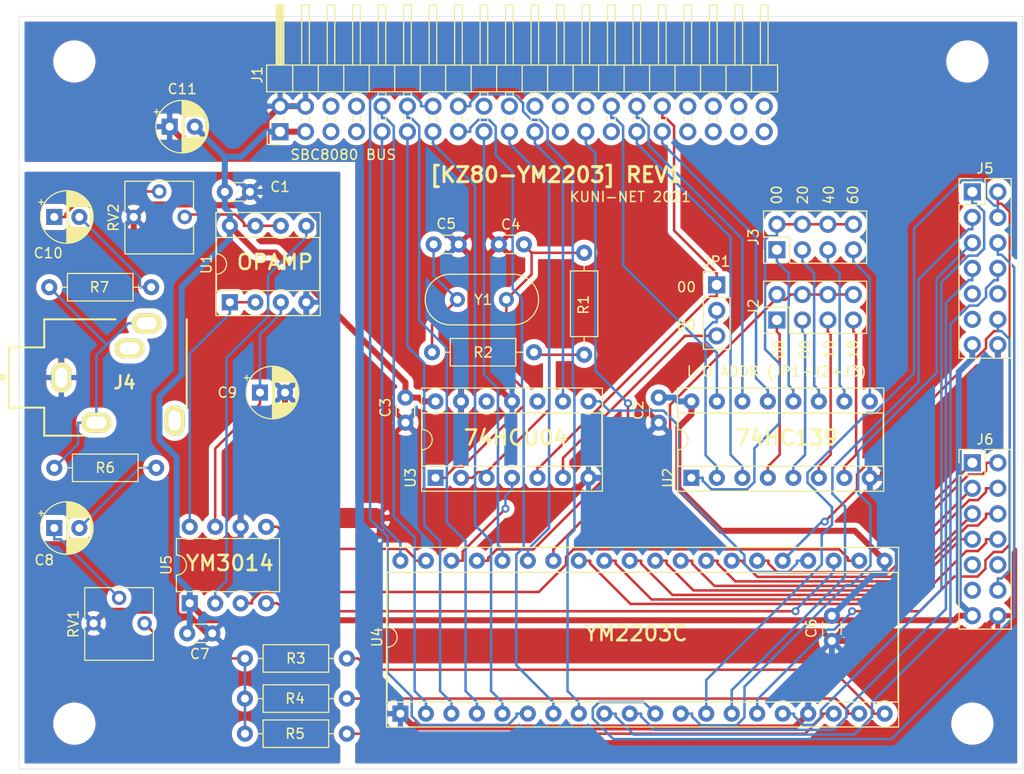
<source format=kicad_pcb>
(kicad_pcb (version 20171130) (host pcbnew "(5.1.4-0-10_14)")
  (layers (0 F.Cu signal) (31 B.Cu signal) (34 B.Paste user) (35 F.Paste user) (36 B.SilkS user) (37 F.SilkS user) (38 B.Mask user) (39 F.Mask user) (44 Edge.Cuts user))
  (net 0 "")
  (net 1 VCC)
  (net 2 GNDA)
  (net 3 GND)
  (net 4 "Net-(C4-Pad1)")
  (net 5 "Net-(C5-Pad1)")
  (net 6 "Net-(C8-Pad2)")
  (net 7 "Net-(C8-Pad1)")
  (net 8 "Net-(C9-Pad1)")
  (net 9 "Net-(C10-Pad2)")
  (net 10 "Net-(C10-Pad1)")
  (net 11 /A7)
  (net 12 /A6)
  (net 13 /A5)
  (net 14 /A4)
  (net 15 /A3)
  (net 16 /A0)
  (net 17 /RES)
  (net 18 /~IOWR)
  (net 19 /~IORD)
  (net 20 /D7)
  (net 21 /D6)
  (net 22 /D5)
  (net 23 /D4)
  (net 24 /D3)
  (net 25 /D2)
  (net 26 /D1)
  (net 27 /D0)
  (net 28 "Net-(J2-Pad5)")
  (net 29 "Net-(J2-Pad3)")
  (net 30 "Net-(J2-Pad2)")
  (net 31 "Net-(J2-Pad1)")
  (net 32 "Net-(J3-Pad5)")
  (net 33 "Net-(J3-Pad3)")
  (net 34 "Net-(J3-Pad2)")
  (net 35 "Net-(J3-Pad1)")
  (net 36 "Net-(J4-Pad2)")
  (net 37 /~IRQ)
  (net 38 /IOA7)
  (net 39 /IOA6)
  (net 40 /IOA5)
  (net 41 /IOA4)
  (net 42 /IOA3)
  (net 43 /IOA2)
  (net 44 /IOA1)
  (net 45 /IOA0)
  (net 46 /IOB7)
  (net 47 /IOB6)
  (net 48 /IOB5)
  (net 49 /IOB4)
  (net 50 /IOB3)
  (net 51 /IOB2)
  (net 52 /IOB1)
  (net 53 /IOB0)
  (net 54 "Net-(JP1-Pad3)")
  (net 55 "Net-(JP1-Pad2)")
  (net 56 "Net-(R1-Pad1)")
  (net 57 "Net-(R3-Pad2)")
  (net 58 "Net-(R3-Pad1)")
  (net 59 "Net-(R4-Pad2)")
  (net 60 "Net-(R5-Pad2)")
  (net 61 "Net-(RV2-Pad1)")
  (net 62 "Net-(U1-Pad1)")
  (net 63 "Net-(U1-Pad5)")
  (net 64 "Net-(U3-Pad4)")
  (net 65 /~RES)
  (net 66 "Net-(U4-Pad39)")
  (net 67 "Net-(U4-Pad23)")
  (net 68 "Net-(U4-Pad22)")
  (net 69 "Net-(J2-Pad7)")
  (net 70 "Net-(J3-Pad7)")
  (module Connector_PinHeader_2.54mm:PinHeader_1x03_P2.54mm_Vertical (layer F.Cu) (at 156.02 90.77)
    (fp_text reference JP1 (at 0 -2.33) (layer F.SilkS))
    (fp_text value "A7 JP")
    (pad 3 thru_hole oval (at 0 5.08) (size 1.7 1.7) (drill 1) (layers *.Cu *.Mask) (net 54 "Net-(JP1-Pad3)"))
    (pad 2 thru_hole oval (at 0 2.54) (size 1.7 1.7) (drill 1) (layers *.Cu *.Mask) (net 55 "Net-(JP1-Pad2)"))
    (pad 1 thru_hole rect (at 0 0) (size 1.7 1.7) (drill 1) (layers *.Cu *.Mask) (net 11 /A7))
  )
  (module Connector_PinHeader_2.54mm:PinHeader_2x07_P2.54mm_Vertical (layer F.Cu) (at 181.5 108.5)
    (fp_text reference J6 (at 1.27 -2.33) (layer F.SilkS))
    (fp_text value B-CON)
    (pad 14 thru_hole oval (at 2.54 15.24) (size 1.7 1.7) (drill 1) (layers *.Cu *.Mask) (net 3 GND))
    (pad 13 thru_hole oval (at 0 15.24) (size 1.7 1.7) (drill 1) (layers *.Cu *.Mask) (net 1 VCC))
    (pad 12 thru_hole oval (at 2.54 12.7) (size 1.7 1.7) (drill 1) (layers *.Cu *.Mask) (net 37 /~IRQ))
    (pad 11 thru_hole oval (at 0 12.7) (size 1.7 1.7) (drill 1) (layers *.Cu *.Mask))
    (pad 10 thru_hole oval (at 2.54 10.16) (size 1.7 1.7) (drill 1) (layers *.Cu *.Mask))
    (pad 9 thru_hole oval (at 0 10.16) (size 1.7 1.7) (drill 1) (layers *.Cu *.Mask))
    (pad 8 thru_hole oval (at 2.54 7.62) (size 1.7 1.7) (drill 1) (layers *.Cu *.Mask) (net 46 /IOB7))
    (pad 7 thru_hole oval (at 0 7.62) (size 1.7 1.7) (drill 1) (layers *.Cu *.Mask) (net 47 /IOB6))
    (pad 6 thru_hole oval (at 2.54 5.08) (size 1.7 1.7) (drill 1) (layers *.Cu *.Mask) (net 48 /IOB5))
    (pad 5 thru_hole oval (at 0 5.08) (size 1.7 1.7) (drill 1) (layers *.Cu *.Mask) (net 49 /IOB4))
    (pad 4 thru_hole oval (at 2.54 2.54) (size 1.7 1.7) (drill 1) (layers *.Cu *.Mask) (net 50 /IOB3))
    (pad 3 thru_hole oval (at 0 2.54) (size 1.7 1.7) (drill 1) (layers *.Cu *.Mask) (net 51 /IOB2))
    (pad 2 thru_hole oval (at 2.54 0) (size 1.7 1.7) (drill 1) (layers *.Cu *.Mask) (net 52 /IOB1))
    (pad 1 thru_hole rect (at 0 0) (size 1.7 1.7) (drill 1) (layers *.Cu *.Mask) (net 53 /IOB0))
  )
  (module Connector_PinHeader_2.54mm:PinHeader_2x07_P2.54mm_Vertical (layer F.Cu) (at 181.5 81.5)
    (fp_text reference J5 (at 1.27 -2.33) (layer F.SilkS))
    (fp_text value A-CON)
    (pad 14 thru_hole oval (at 2.54 15.24) (size 1.7 1.7) (drill 1) (layers *.Cu *.Mask) (net 3 GND))
    (pad 13 thru_hole oval (at 0 15.24) (size 1.7 1.7) (drill 1) (layers *.Cu *.Mask) (net 1 VCC))
    (pad 12 thru_hole oval (at 2.54 12.7) (size 1.7 1.7) (drill 1) (layers *.Cu *.Mask) (net 37 /~IRQ))
    (pad 11 thru_hole oval (at 0 12.7) (size 1.7 1.7) (drill 1) (layers *.Cu *.Mask))
    (pad 10 thru_hole oval (at 2.54 10.16) (size 1.7 1.7) (drill 1) (layers *.Cu *.Mask))
    (pad 9 thru_hole oval (at 0 10.16) (size 1.7 1.7) (drill 1) (layers *.Cu *.Mask))
    (pad 8 thru_hole oval (at 2.54 7.62) (size 1.7 1.7) (drill 1) (layers *.Cu *.Mask) (net 38 /IOA7))
    (pad 7 thru_hole oval (at 0 7.62) (size 1.7 1.7) (drill 1) (layers *.Cu *.Mask) (net 39 /IOA6))
    (pad 6 thru_hole oval (at 2.54 5.08) (size 1.7 1.7) (drill 1) (layers *.Cu *.Mask) (net 40 /IOA5))
    (pad 5 thru_hole oval (at 0 5.08) (size 1.7 1.7) (drill 1) (layers *.Cu *.Mask) (net 41 /IOA4))
    (pad 4 thru_hole oval (at 2.54 2.54) (size 1.7 1.7) (drill 1) (layers *.Cu *.Mask) (net 42 /IOA3))
    (pad 3 thru_hole oval (at 0 2.54) (size 1.7 1.7) (drill 1) (layers *.Cu *.Mask) (net 43 /IOA2))
    (pad 2 thru_hole oval (at 2.54 0) (size 1.7 1.7) (drill 1) (layers *.Cu *.Mask) (net 44 /IOA1))
    (pad 1 thru_hole rect (at 0 0) (size 1.7 1.7) (drill 1) (layers *.Cu *.Mask) (net 45 /IOA0))
  )
  (module Connector_PinHeader_2.54mm:PinHeader_2x04_P2.54mm_Vertical (layer F.Cu) (at 162.02 87.27 90)
    (fp_text reference J3 (at 1.27 -2.33 90) (layer F.SilkS))
    (fp_text value AD-JP1)
    (pad 8 thru_hole oval (at 2.54 7.62 90) (size 1.7 1.7) (drill 1) (layers *.Cu *.Mask) (net 34 "Net-(J3-Pad2)"))
    (pad 7 thru_hole oval (at 0 7.62 90) (size 1.7 1.7) (drill 1) (layers *.Cu *.Mask) (net 70 "Net-(J3-Pad7)"))
    (pad 6 thru_hole oval (at 2.54 5.08 90) (size 1.7 1.7) (drill 1) (layers *.Cu *.Mask) (net 34 "Net-(J3-Pad2)"))
    (pad 5 thru_hole oval (at 0 5.08 90) (size 1.7 1.7) (drill 1) (layers *.Cu *.Mask) (net 32 "Net-(J3-Pad5)"))
    (pad 4 thru_hole oval (at 2.54 2.54 90) (size 1.7 1.7) (drill 1) (layers *.Cu *.Mask) (net 34 "Net-(J3-Pad2)"))
    (pad 3 thru_hole oval (at 0 2.54 90) (size 1.7 1.7) (drill 1) (layers *.Cu *.Mask) (net 33 "Net-(J3-Pad3)"))
    (pad 2 thru_hole oval (at 2.54 0 90) (size 1.7 1.7) (drill 1) (layers *.Cu *.Mask) (net 34 "Net-(J3-Pad2)"))
    (pad 1 thru_hole rect (at 0 0 90) (size 1.7 1.7) (drill 1) (layers *.Cu *.Mask) (net 35 "Net-(J3-Pad1)"))
  )
  (module Connector_PinHeader_2.54mm:PinHeader_2x04_P2.54mm_Vertical (layer F.Cu) (at 162.02 94.27 90)
    (fp_text reference J2 (at 1.27 -2.33 90) (layer F.SilkS))
    (fp_text value AD-JP1)
    (pad 8 thru_hole oval (at 2.54 7.62 90) (size 1.7 1.7) (drill 1) (layers *.Cu *.Mask) (net 30 "Net-(J2-Pad2)"))
    (pad 7 thru_hole oval (at 0 7.62 90) (size 1.7 1.7) (drill 1) (layers *.Cu *.Mask) (net 69 "Net-(J2-Pad7)"))
    (pad 6 thru_hole oval (at 2.54 5.08 90) (size 1.7 1.7) (drill 1) (layers *.Cu *.Mask) (net 30 "Net-(J2-Pad2)"))
    (pad 5 thru_hole oval (at 0 5.08 90) (size 1.7 1.7) (drill 1) (layers *.Cu *.Mask) (net 28 "Net-(J2-Pad5)"))
    (pad 4 thru_hole oval (at 2.54 2.54 90) (size 1.7 1.7) (drill 1) (layers *.Cu *.Mask) (net 30 "Net-(J2-Pad2)"))
    (pad 3 thru_hole oval (at 0 2.54 90) (size 1.7 1.7) (drill 1) (layers *.Cu *.Mask) (net 29 "Net-(J2-Pad3)"))
    (pad 2 thru_hole oval (at 2.54 0 90) (size 1.7 1.7) (drill 1) (layers *.Cu *.Mask) (net 30 "Net-(J2-Pad2)"))
    (pad 1 thru_hole rect (at 0 0 90) (size 1.7 1.7) (drill 1) (layers *.Cu *.Mask) (net 31 "Net-(J2-Pad1)"))
  )
  (module Crystal:Crystal_HC49-U_Vertical (layer F.Cu) (at 135.06 92.23 180)
    (fp_text reference Y1 (at 2.31 -0.02) (layer F.SilkS))
    (fp_text value 3.579545MHz)
    (pad 2 thru_hole circle (at 4.88 0 180) (size 1.5 1.5) (drill 0.8) (layers *.Cu *.Mask) (net 5 "Net-(C5-Pad1)"))
    (pad 1 thru_hole circle (at 0 0 180) (size 1.5 1.5) (drill 0.8) (layers *.Cu *.Mask) (net 4 "Net-(C4-Pad1)"))
  )
  (module Package_DIP:DIP-8_W7.62mm (layer F.Cu) (at 103.5 122.5 90)
    (fp_text reference U5 (at 3.81 -2.33 90) (layer F.SilkS))
    (fp_text value YM3014B)
    (pad 8 thru_hole oval (at 7.62 0 90) (size 1.6 1.6) (drill 0.8) (layers *.Cu *.Mask) (net 62 "Net-(U1-Pad1)"))
    (pad 4 thru_hole oval (at 0 7.62 90) (size 1.6 1.6) (drill 0.8) (layers *.Cu *.Mask) (net 67 "Net-(U4-Pad23)"))
    (pad 7 thru_hole oval (at 7.62 2.54 90) (size 1.6 1.6) (drill 0.8) (layers *.Cu *.Mask) (net 8 "Net-(C9-Pad1)"))
    (pad 3 thru_hole oval (at 0 5.08 90) (size 1.6 1.6) (drill 0.8) (layers *.Cu *.Mask) (net 68 "Net-(U4-Pad22)"))
    (pad 6 thru_hole oval (at 7.62 5.08 90) (size 1.6 1.6) (drill 0.8) (layers *.Cu *.Mask) (net 2 GNDA))
    (pad 2 thru_hole oval (at 0 2.54 90) (size 1.6 1.6) (drill 0.8) (layers *.Cu *.Mask) (net 63 "Net-(U1-Pad5)"))
    (pad 5 thru_hole oval (at 7.62 7.62 90) (size 1.6 1.6) (drill 0.8) (layers *.Cu *.Mask) (net 66 "Net-(U4-Pad39)"))
    (pad 1 thru_hole rect (at 0 0 90) (size 1.6 1.6) (drill 0.8) (layers *.Cu *.Mask) (net 1 VCC))
  )
  (module Package_DIP:DIP-40_W15.24mm_Socket (layer F.Cu) (at 124.5 133.5 90)
    (fp_text reference U4 (at 7.62 -2.33 90) (layer F.SilkS))
    (fp_text value YM2203)
    (pad 40 thru_hole oval (at 15.24 0 90) (size 1.6 1.6) (drill 0.8) (layers *.Cu *.Mask) (net 27 /D0))
    (pad 20 thru_hole oval (at 0 48.26 90) (size 1.6 1.6) (drill 0.8) (layers *.Cu *.Mask) (net 57 "Net-(R3-Pad2)"))
    (pad 39 thru_hole oval (at 15.24 2.54 90) (size 1.6 1.6) (drill 0.8) (layers *.Cu *.Mask) (net 66 "Net-(U4-Pad39)"))
    (pad 19 thru_hole oval (at 0 45.72 90) (size 1.6 1.6) (drill 0.8) (layers *.Cu *.Mask) (net 59 "Net-(R4-Pad2)"))
    (pad 38 thru_hole oval (at 15.24 5.08 90) (size 1.6 1.6) (drill 0.8) (layers *.Cu *.Mask) (net 64 "Net-(U3-Pad4)"))
    (pad 18 thru_hole oval (at 0 43.18 90) (size 1.6 1.6) (drill 0.8) (layers *.Cu *.Mask) (net 60 "Net-(R5-Pad2)"))
    (pad 37 thru_hole oval (at 15.24 7.62 90) (size 1.6 1.6) (drill 0.8) (layers *.Cu *.Mask) (net 16 /A0))
    (pad 17 thru_hole oval (at 0 40.64 90) (size 1.6 1.6) (drill 0.8) (layers *.Cu *.Mask) (net 3 GND))
    (pad 36 thru_hole oval (at 15.24 10.16 90) (size 1.6 1.6) (drill 0.8) (layers *.Cu *.Mask) (net 19 /~IORD))
    (pad 16 thru_hole oval (at 0 38.1 90) (size 1.6 1.6) (drill 0.8) (layers *.Cu *.Mask) (net 45 /IOA0))
    (pad 35 thru_hole oval (at 15.24 12.7 90) (size 1.6 1.6) (drill 0.8) (layers *.Cu *.Mask) (net 18 /~IOWR))
    (pad 15 thru_hole oval (at 0 35.56 90) (size 1.6 1.6) (drill 0.8) (layers *.Cu *.Mask) (net 44 /IOA1))
    (pad 34 thru_hole oval (at 15.24 15.24 90) (size 1.6 1.6) (drill 0.8) (layers *.Cu *.Mask) (net 30 "Net-(J2-Pad2)"))
    (pad 14 thru_hole oval (at 0 33.02 90) (size 1.6 1.6) (drill 0.8) (layers *.Cu *.Mask) (net 43 /IOA2))
    (pad 33 thru_hole oval (at 15.24 17.78 90) (size 1.6 1.6) (drill 0.8) (layers *.Cu *.Mask) (net 46 /IOB7))
    (pad 13 thru_hole oval (at 0 30.48 90) (size 1.6 1.6) (drill 0.8) (layers *.Cu *.Mask) (net 42 /IOA3))
    (pad 32 thru_hole oval (at 15.24 20.32 90) (size 1.6 1.6) (drill 0.8) (layers *.Cu *.Mask) (net 47 /IOB6))
    (pad 12 thru_hole oval (at 0 27.94 90) (size 1.6 1.6) (drill 0.8) (layers *.Cu *.Mask) (net 41 /IOA4))
    (pad 31 thru_hole oval (at 15.24 22.86 90) (size 1.6 1.6) (drill 0.8) (layers *.Cu *.Mask) (net 48 /IOB5))
    (pad 11 thru_hole oval (at 0 25.4 90) (size 1.6 1.6) (drill 0.8) (layers *.Cu *.Mask) (net 40 /IOA5))
    (pad 30 thru_hole oval (at 15.24 25.4 90) (size 1.6 1.6) (drill 0.8) (layers *.Cu *.Mask) (net 49 /IOB4))
    (pad 10 thru_hole oval (at 0 22.86 90) (size 1.6 1.6) (drill 0.8) (layers *.Cu *.Mask) (net 39 /IOA6))
    (pad 29 thru_hole oval (at 15.24 27.94 90) (size 1.6 1.6) (drill 0.8) (layers *.Cu *.Mask) (net 50 /IOB3))
    (pad 9 thru_hole oval (at 0 20.32 90) (size 1.6 1.6) (drill 0.8) (layers *.Cu *.Mask) (net 38 /IOA7))
    (pad 28 thru_hole oval (at 15.24 30.48 90) (size 1.6 1.6) (drill 0.8) (layers *.Cu *.Mask) (net 51 /IOB2))
    (pad 8 thru_hole oval (at 0 17.78 90) (size 1.6 1.6) (drill 0.8) (layers *.Cu *.Mask) (net 20 /D7))
    (pad 27 thru_hole oval (at 15.24 33.02 90) (size 1.6 1.6) (drill 0.8) (layers *.Cu *.Mask) (net 52 /IOB1))
    (pad 7 thru_hole oval (at 0 15.24 90) (size 1.6 1.6) (drill 0.8) (layers *.Cu *.Mask) (net 21 /D6))
    (pad 26 thru_hole oval (at 15.24 35.56 90) (size 1.6 1.6) (drill 0.8) (layers *.Cu *.Mask) (net 53 /IOB0))
    (pad 6 thru_hole oval (at 0 12.7 90) (size 1.6 1.6) (drill 0.8) (layers *.Cu *.Mask) (net 22 /D5))
    (pad 25 thru_hole oval (at 15.24 38.1 90) (size 1.6 1.6) (drill 0.8) (layers *.Cu *.Mask) (net 37 /~IRQ))
    (pad 5 thru_hole oval (at 0 10.16 90) (size 1.6 1.6) (drill 0.8) (layers *.Cu *.Mask) (net 23 /D4))
    (pad 24 thru_hole oval (at 15.24 40.64 90) (size 1.6 1.6) (drill 0.8) (layers *.Cu *.Mask) (net 65 /~RES))
    (pad 4 thru_hole oval (at 0 7.62 90) (size 1.6 1.6) (drill 0.8) (layers *.Cu *.Mask) (net 24 /D3))
    (pad 23 thru_hole oval (at 15.24 43.18 90) (size 1.6 1.6) (drill 0.8) (layers *.Cu *.Mask) (net 67 "Net-(U4-Pad23)"))
    (pad 3 thru_hole oval (at 0 5.08 90) (size 1.6 1.6) (drill 0.8) (layers *.Cu *.Mask) (net 25 /D2))
    (pad 22 thru_hole oval (at 15.24 45.72 90) (size 1.6 1.6) (drill 0.8) (layers *.Cu *.Mask) (net 68 "Net-(U4-Pad22)"))
    (pad 2 thru_hole oval (at 0 2.54 90) (size 1.6 1.6) (drill 0.8) (layers *.Cu *.Mask) (net 26 /D1))
    (pad 21 thru_hole oval (at 15.24 48.26 90) (size 1.6 1.6) (drill 0.8) (layers *.Cu *.Mask) (net 1 VCC))
    (pad 1 thru_hole rect (at 0 0 90) (size 1.6 1.6) (drill 0.8) (layers *.Cu *.Mask) (net 3 GND))
  )
  (module Package_DIP:DIP-14_W7.62mm_Socket (layer F.Cu) (at 128 110 90)
    (fp_text reference U3 (at 0 -2.5 90) (layer F.SilkS))
    (fp_text value 74HCU04)
    (pad 14 thru_hole oval (at 7.62 0 90) (size 1.6 1.6) (drill 0.8) (layers *.Cu *.Mask) (net 1 VCC))
    (pad 7 thru_hole oval (at 0 15.24 90) (size 1.6 1.6) (drill 0.8) (layers *.Cu *.Mask) (net 3 GND))
    (pad 13 thru_hole oval (at 7.62 2.54 90) (size 1.6 1.6) (drill 0.8) (layers *.Cu *.Mask) (net 3 GND))
    (pad 6 thru_hole oval (at 0 12.7 90) (size 1.6 1.6) (drill 0.8) (layers *.Cu *.Mask) (net 54 "Net-(JP1-Pad3)"))
    (pad 12 thru_hole oval (at 7.62 5.08 90) (size 1.6 1.6) (drill 0.8) (layers *.Cu *.Mask))
    (pad 5 thru_hole oval (at 0 10.16 90) (size 1.6 1.6) (drill 0.8) (layers *.Cu *.Mask) (net 11 /A7))
    (pad 11 thru_hole oval (at 7.62 7.62 90) (size 1.6 1.6) (drill 0.8) (layers *.Cu *.Mask) (net 3 GND))
    (pad 4 thru_hole oval (at 0 7.62 90) (size 1.6 1.6) (drill 0.8) (layers *.Cu *.Mask) (net 64 "Net-(U3-Pad4)"))
    (pad 10 thru_hole oval (at 7.62 10.16 90) (size 1.6 1.6) (drill 0.8) (layers *.Cu *.Mask))
    (pad 3 thru_hole oval (at 0 5.08 90) (size 1.6 1.6) (drill 0.8) (layers *.Cu *.Mask) (net 56 "Net-(R1-Pad1)"))
    (pad 9 thru_hole oval (at 7.62 12.7 90) (size 1.6 1.6) (drill 0.8) (layers *.Cu *.Mask) (net 17 /RES))
    (pad 2 thru_hole oval (at 0 2.54 90) (size 1.6 1.6) (drill 0.8) (layers *.Cu *.Mask) (net 56 "Net-(R1-Pad1)"))
    (pad 8 thru_hole oval (at 7.62 15.24 90) (size 1.6 1.6) (drill 0.8) (layers *.Cu *.Mask) (net 65 /~RES))
    (pad 1 thru_hole rect (at 0 0 90) (size 1.6 1.6) (drill 0.8) (layers *.Cu *.Mask) (net 4 "Net-(C4-Pad1)"))
  )
  (module Package_DIP:DIP-16_W7.62mm_Socket (layer F.Cu) (at 153.5 110 90)
    (fp_text reference U2 (at 0 -2.33 90) (layer F.SilkS))
    (fp_text value 74LS139)
    (pad 16 thru_hole oval (at 7.62 0 90) (size 1.6 1.6) (drill 0.8) (layers *.Cu *.Mask) (net 1 VCC))
    (pad 8 thru_hole oval (at 0 17.78 90) (size 1.6 1.6) (drill 0.8) (layers *.Cu *.Mask) (net 3 GND))
    (pad 15 thru_hole oval (at 7.62 2.54 90) (size 1.6 1.6) (drill 0.8) (layers *.Cu *.Mask) (net 55 "Net-(JP1-Pad2)"))
    (pad 7 thru_hole oval (at 0 15.24 90) (size 1.6 1.6) (drill 0.8) (layers *.Cu *.Mask) (net 69 "Net-(J2-Pad7)"))
    (pad 14 thru_hole oval (at 7.62 5.08 90) (size 1.6 1.6) (drill 0.8) (layers *.Cu *.Mask) (net 13 /A5))
    (pad 6 thru_hole oval (at 0 12.7 90) (size 1.6 1.6) (drill 0.8) (layers *.Cu *.Mask) (net 28 "Net-(J2-Pad5)"))
    (pad 13 thru_hole oval (at 7.62 7.62 90) (size 1.6 1.6) (drill 0.8) (layers *.Cu *.Mask) (net 12 /A6))
    (pad 5 thru_hole oval (at 0 10.16 90) (size 1.6 1.6) (drill 0.8) (layers *.Cu *.Mask) (net 29 "Net-(J2-Pad3)"))
    (pad 12 thru_hole oval (at 7.62 10.16 90) (size 1.6 1.6) (drill 0.8) (layers *.Cu *.Mask) (net 35 "Net-(J3-Pad1)"))
    (pad 4 thru_hole oval (at 0 7.62 90) (size 1.6 1.6) (drill 0.8) (layers *.Cu *.Mask) (net 31 "Net-(J2-Pad1)"))
    (pad 11 thru_hole oval (at 7.62 12.7 90) (size 1.6 1.6) (drill 0.8) (layers *.Cu *.Mask) (net 33 "Net-(J3-Pad3)"))
    (pad 3 thru_hole oval (at 0 5.08 90) (size 1.6 1.6) (drill 0.8) (layers *.Cu *.Mask) (net 14 /A4))
    (pad 10 thru_hole oval (at 7.62 15.24 90) (size 1.6 1.6) (drill 0.8) (layers *.Cu *.Mask) (net 32 "Net-(J3-Pad5)"))
    (pad 2 thru_hole oval (at 0 2.54 90) (size 1.6 1.6) (drill 0.8) (layers *.Cu *.Mask) (net 15 /A3))
    (pad 9 thru_hole oval (at 7.62 17.78 90) (size 1.6 1.6) (drill 0.8) (layers *.Cu *.Mask) (net 70 "Net-(J3-Pad7)"))
    (pad 1 thru_hole rect (at 0 0 90) (size 1.6 1.6) (drill 0.8) (layers *.Cu *.Mask) (net 34 "Net-(J3-Pad2)"))
  )
  (module Package_DIP:DIP-8_W7.62mm_Socket (layer F.Cu) (at 107.5 92.5 90)
    (fp_text reference U1 (at 3.81 -2.33 90) (layer F.SilkS))
    (fp_text value NJM5532DD)
    (pad 8 thru_hole oval (at 7.62 0 90) (size 1.6 1.6) (drill 0.8) (layers *.Cu *.Mask) (net 1 VCC))
    (pad 4 thru_hole oval (at 0 7.62 90) (size 1.6 1.6) (drill 0.8) (layers *.Cu *.Mask) (net 2 GNDA))
    (pad 7 thru_hole oval (at 7.62 2.54 90) (size 1.6 1.6) (drill 0.8) (layers *.Cu *.Mask) (net 61 "Net-(RV2-Pad1)"))
    (pad 3 thru_hole oval (at 0 5.08 90) (size 1.6 1.6) (drill 0.8) (layers *.Cu *.Mask) (net 8 "Net-(C9-Pad1)"))
    (pad 6 thru_hole oval (at 7.62 5.08 90) (size 1.6 1.6) (drill 0.8) (layers *.Cu *.Mask) (net 61 "Net-(RV2-Pad1)"))
    (pad 2 thru_hole oval (at 0 2.54 90) (size 1.6 1.6) (drill 0.8) (layers *.Cu *.Mask) (net 62 "Net-(U1-Pad1)"))
    (pad 5 thru_hole oval (at 7.62 7.62 90) (size 1.6 1.6) (drill 0.8) (layers *.Cu *.Mask) (net 63 "Net-(U1-Pad5)"))
    (pad 1 thru_hole rect (at 0 0 90) (size 1.6 1.6) (drill 0.8) (layers *.Cu *.Mask) (net 62 "Net-(U1-Pad1)"))
  )
  (module Potentiometer_THT:Potentiometer_Vishay_T73YP_Vertical (layer F.Cu) (at 103 84 90)
    (fp_text reference RV2 (at -0.06 -7.09 90) (layer F.SilkS))
    (fp_text value 10k)
    (pad 1 thru_hole circle (at 0 0 90) (size 1.44 1.44) (drill 0.8) (layers *.Cu *.Mask) (net 61 "Net-(RV2-Pad1)"))
    (pad 2 thru_hole circle (at 2.54 -2.54 90) (size 1.44 1.44) (drill 0.8) (layers *.Cu *.Mask) (net 10 "Net-(C10-Pad1)"))
    (pad 3 thru_hole circle (at 0 -5.08 90) (size 1.44 1.44) (drill 0.8) (layers *.Cu *.Mask) (net 2 GNDA))
  )
  (module Potentiometer_THT:Potentiometer_Vishay_T73YP_Vertical (layer F.Cu) (at 99 124.5 90)
    (fp_text reference RV1 (at -0.06 -7.09 90) (layer F.SilkS))
    (fp_text value 1k)
    (pad 1 thru_hole circle (at 0 0 90) (size 1.44 1.44) (drill 0.8) (layers *.Cu *.Mask) (net 58 "Net-(R3-Pad1)"))
    (pad 2 thru_hole circle (at 2.54 -2.54 90) (size 1.44 1.44) (drill 0.8) (layers *.Cu *.Mask) (net 7 "Net-(C8-Pad1)"))
    (pad 3 thru_hole circle (at 0 -5.08 90) (size 1.44 1.44) (drill 0.8) (layers *.Cu *.Mask) (net 2 GNDA))
  )
  (module Resistor_THT:R_Axial_DIN0207_L6.3mm_D2.5mm_P10.16mm_Horizontal (layer F.Cu) (at 89.5 91)
    (fp_text reference R7 (at 5 0) (layer F.SilkS))
    (fp_text value 1k)
    (pad 2 thru_hole oval (at 10.16 0) (size 1.6 1.6) (drill 0.8) (layers *.Cu *.Mask) (net 9 "Net-(C10-Pad2)"))
    (pad 1 thru_hole circle (at 0 0) (size 1.6 1.6) (drill 0.8) (layers *.Cu *.Mask) (net 36 "Net-(J4-Pad2)"))
  )
  (module Resistor_THT:R_Axial_DIN0207_L6.3mm_D2.5mm_P10.16mm_Horizontal (layer F.Cu) (at 90 109)
    (fp_text reference R6 (at 5.08 0) (layer F.SilkS))
    (fp_text value 1k)
    (pad 2 thru_hole oval (at 10.16 0) (size 1.6 1.6) (drill 0.8) (layers *.Cu *.Mask) (net 6 "Net-(C8-Pad2)"))
    (pad 1 thru_hole circle (at 0 0) (size 1.6 1.6) (drill 0.8) (layers *.Cu *.Mask) (net 36 "Net-(J4-Pad2)"))
  )
  (module Resistor_THT:R_Axial_DIN0207_L6.3mm_D2.5mm_P10.16mm_Horizontal (layer F.Cu) (at 109 135.5)
    (fp_text reference R5 (at 5 0) (layer F.SilkS))
    (fp_text value 1k)
    (pad 2 thru_hole oval (at 10.16 0) (size 1.6 1.6) (drill 0.8) (layers *.Cu *.Mask) (net 60 "Net-(R5-Pad2)"))
    (pad 1 thru_hole circle (at 0 0) (size 1.6 1.6) (drill 0.8) (layers *.Cu *.Mask) (net 58 "Net-(R3-Pad1)"))
  )
  (module Resistor_THT:R_Axial_DIN0207_L6.3mm_D2.5mm_P10.16mm_Horizontal (layer F.Cu) (at 109 132)
    (fp_text reference R4 (at 5 0) (layer F.SilkS))
    (fp_text value 1k)
    (pad 2 thru_hole oval (at 10.16 0) (size 1.6 1.6) (drill 0.8) (layers *.Cu *.Mask) (net 59 "Net-(R4-Pad2)"))
    (pad 1 thru_hole circle (at 0 0) (size 1.6 1.6) (drill 0.8) (layers *.Cu *.Mask) (net 58 "Net-(R3-Pad1)"))
  )
  (module Resistor_THT:R_Axial_DIN0207_L6.3mm_D2.5mm_P10.16mm_Horizontal (layer F.Cu) (at 109 128)
    (fp_text reference R3 (at 5.08 0) (layer F.SilkS))
    (fp_text value 1k)
    (pad 2 thru_hole oval (at 10.16 0) (size 1.6 1.6) (drill 0.8) (layers *.Cu *.Mask) (net 57 "Net-(R3-Pad2)"))
    (pad 1 thru_hole circle (at 0 0) (size 1.6 1.6) (drill 0.8) (layers *.Cu *.Mask) (net 58 "Net-(R3-Pad1)"))
  )
  (module Resistor_THT:R_Axial_DIN0207_L6.3mm_D2.5mm_P10.16mm_Horizontal (layer F.Cu) (at 137.81 97.48 180)
    (fp_text reference R2 (at 5.06 -0.02) (layer F.SilkS))
    (fp_text value 1k)
    (pad 2 thru_hole oval (at 10.16 0 180) (size 1.6 1.6) (drill 0.8) (layers *.Cu *.Mask) (net 5 "Net-(C5-Pad1)"))
    (pad 1 thru_hole circle (at 0 0 180) (size 1.6 1.6) (drill 0.8) (layers *.Cu *.Mask) (net 56 "Net-(R1-Pad1)"))
  )
  (module Resistor_THT:R_Axial_DIN0207_L6.3mm_D2.5mm_P10.16mm_Horizontal (layer F.Cu) (at 142.81 97.73 90)
    (fp_text reference R1 (at 4.98 -0.06 90) (layer F.SilkS))
    (fp_text value 1M)
    (pad 2 thru_hole oval (at 10.16 0 90) (size 1.6 1.6) (drill 0.8) (layers *.Cu *.Mask) (net 4 "Net-(C4-Pad1)"))
    (pad 1 thru_hole circle (at 0 0 90) (size 1.6 1.6) (drill 0.8) (layers *.Cu *.Mask) (net 56 "Net-(R1-Pad1)"))
  )
  (module NetTie:NetTie-2_SMD_Pad2.0mm (layer F.Cu) (at 120 114)
    (fp_text reference NT1 hide)
    (fp_text value Net-Tie_2)
    (fp_poly (pts (xy -2 -1) (xy 2 -1) (xy 2 1) (xy -2 1)) (layer F.Cu) (width 0))
    (pad 2 smd circle (at 2 0) (size 2 2) (layers F.Cu) (net 3 GND))
    (pad 1 smd circle (at -2 0) (size 2 2) (layers F.Cu) (net 2 GNDA))
  )
  (module AJ-1780:AJ-1780 (layer F.Cu) (at 89 100)
    (fp_text reference J4 (at 8 0.5) (layer F.SilkS) (effects (font (size 1.27 1.27) (thickness 0.254))))
    (fp_text value Audio-Jack hide)
    (pad 5 thru_hole oval (at 5.2 4.5 90) (size 2 3) (drill oval 1.2 2) (layers *.Cu *.Mask F.SilkS) (net 36 "Net-(J4-Pad2)"))
    (pad 4 thru_hole oval (at 13 4.3 90) (size 3 2) (drill oval 2 1.2) (layers *.Cu *.Mask F.SilkS))
    (pad 3 thru_hole oval (at 8.5 -2.9 90) (size 2 3) (drill oval 1.2 2) (layers *.Cu *.Mask F.SilkS))
    (pad 2 thru_hole oval (at 10.2 -5.4 90) (size 2 3) (drill oval 1.2 2) (layers *.Cu *.Mask F.SilkS) (net 36 "Net-(J4-Pad2)"))
    (pad 1 thru_hole oval (at 1.7 0 90) (size 3 2) (drill oval 2 1.2) (layers *.Cu *.Mask F.SilkS) (net 2 GNDA))
  )
  (module Connector_PinHeader_2.54mm:PinHeader_2x20_P2.54mm_Horizontal (layer F.Cu) (at 112.5 75.5 90)
    (fp_text reference J1 (at 5.655 -2.27 90) (layer F.SilkS))
    (fp_text value "SBC8080 BUS")
    (pad 40 thru_hole oval (at 2.54 48.26 90) (size 1.7 1.7) (drill 1) (layers *.Cu *.Mask))
    (pad 39 thru_hole oval (at 0 48.26 90) (size 1.7 1.7) (drill 1) (layers *.Cu *.Mask))
    (pad 38 thru_hole oval (at 2.54 45.72 90) (size 1.7 1.7) (drill 1) (layers *.Cu *.Mask))
    (pad 37 thru_hole oval (at 0 45.72 90) (size 1.7 1.7) (drill 1) (layers *.Cu *.Mask))
    (pad 36 thru_hole oval (at 2.54 43.18 90) (size 1.7 1.7) (drill 1) (layers *.Cu *.Mask))
    (pad 35 thru_hole oval (at 0 43.18 90) (size 1.7 1.7) (drill 1) (layers *.Cu *.Mask))
    (pad 34 thru_hole oval (at 2.54 40.64 90) (size 1.7 1.7) (drill 1) (layers *.Cu *.Mask))
    (pad 33 thru_hole oval (at 0 40.64 90) (size 1.7 1.7) (drill 1) (layers *.Cu *.Mask))
    (pad 32 thru_hole oval (at 2.54 38.1 90) (size 1.7 1.7) (drill 1) (layers *.Cu *.Mask) (net 11 /A7))
    (pad 31 thru_hole oval (at 0 38.1 90) (size 1.7 1.7) (drill 1) (layers *.Cu *.Mask) (net 12 /A6))
    (pad 30 thru_hole oval (at 2.54 35.56 90) (size 1.7 1.7) (drill 1) (layers *.Cu *.Mask) (net 13 /A5))
    (pad 29 thru_hole oval (at 0 35.56 90) (size 1.7 1.7) (drill 1) (layers *.Cu *.Mask) (net 14 /A4))
    (pad 28 thru_hole oval (at 2.54 33.02 90) (size 1.7 1.7) (drill 1) (layers *.Cu *.Mask) (net 15 /A3))
    (pad 27 thru_hole oval (at 0 33.02 90) (size 1.7 1.7) (drill 1) (layers *.Cu *.Mask))
    (pad 26 thru_hole oval (at 2.54 30.48 90) (size 1.7 1.7) (drill 1) (layers *.Cu *.Mask))
    (pad 25 thru_hole oval (at 0 30.48 90) (size 1.7 1.7) (drill 1) (layers *.Cu *.Mask) (net 16 /A0))
    (pad 24 thru_hole oval (at 2.54 27.94 90) (size 1.7 1.7) (drill 1) (layers *.Cu *.Mask))
    (pad 23 thru_hole oval (at 0 27.94 90) (size 1.7 1.7) (drill 1) (layers *.Cu *.Mask))
    (pad 22 thru_hole oval (at 2.54 25.4 90) (size 1.7 1.7) (drill 1) (layers *.Cu *.Mask))
    (pad 21 thru_hole oval (at 0 25.4 90) (size 1.7 1.7) (drill 1) (layers *.Cu *.Mask) (net 17 /RES))
    (pad 20 thru_hole oval (at 2.54 22.86 90) (size 1.7 1.7) (drill 1) (layers *.Cu *.Mask))
    (pad 19 thru_hole oval (at 0 22.86 90) (size 1.7 1.7) (drill 1) (layers *.Cu *.Mask) (net 18 /~IOWR))
    (pad 18 thru_hole oval (at 2.54 20.32 90) (size 1.7 1.7) (drill 1) (layers *.Cu *.Mask))
    (pad 17 thru_hole oval (at 0 20.32 90) (size 1.7 1.7) (drill 1) (layers *.Cu *.Mask) (net 19 /~IORD))
    (pad 16 thru_hole oval (at 2.54 17.78 90) (size 1.7 1.7) (drill 1) (layers *.Cu *.Mask) (net 20 /D7))
    (pad 15 thru_hole oval (at 0 17.78 90) (size 1.7 1.7) (drill 1) (layers *.Cu *.Mask) (net 21 /D6))
    (pad 14 thru_hole oval (at 2.54 15.24 90) (size 1.7 1.7) (drill 1) (layers *.Cu *.Mask) (net 22 /D5))
    (pad 13 thru_hole oval (at 0 15.24 90) (size 1.7 1.7) (drill 1) (layers *.Cu *.Mask) (net 23 /D4))
    (pad 12 thru_hole oval (at 2.54 12.7 90) (size 1.7 1.7) (drill 1) (layers *.Cu *.Mask) (net 24 /D3))
    (pad 11 thru_hole oval (at 0 12.7 90) (size 1.7 1.7) (drill 1) (layers *.Cu *.Mask) (net 25 /D2))
    (pad 10 thru_hole oval (at 2.54 10.16 90) (size 1.7 1.7) (drill 1) (layers *.Cu *.Mask) (net 26 /D1))
    (pad 9 thru_hole oval (at 0 10.16 90) (size 1.7 1.7) (drill 1) (layers *.Cu *.Mask) (net 27 /D0))
    (pad 8 thru_hole oval (at 2.54 7.62 90) (size 1.7 1.7) (drill 1) (layers *.Cu *.Mask))
    (pad 7 thru_hole oval (at 0 7.62 90) (size 1.7 1.7) (drill 1) (layers *.Cu *.Mask))
    (pad 6 thru_hole oval (at 2.54 5.08 90) (size 1.7 1.7) (drill 1) (layers *.Cu *.Mask))
    (pad 5 thru_hole oval (at 0 5.08 90) (size 1.7 1.7) (drill 1) (layers *.Cu *.Mask))
    (pad 4 thru_hole oval (at 2.54 2.54 90) (size 1.7 1.7) (drill 1) (layers *.Cu *.Mask) (net 3 GND))
    (pad 3 thru_hole oval (at 0 2.54 90) (size 1.7 1.7) (drill 1) (layers *.Cu *.Mask) (net 1 VCC))
    (pad 2 thru_hole oval (at 2.54 0 90) (size 1.7 1.7) (drill 1) (layers *.Cu *.Mask) (net 3 GND))
    (pad 1 thru_hole rect (at 0 0 90) (size 1.7 1.7) (drill 1) (layers *.Cu *.Mask) (net 1 VCC))
  )
  (module MountingHole:MountingHole_3.2mm_M3 (layer F.Cu) (at 181.5 134.5)
    (fp_text reference H4 hide)
    (fp_text value MountingHole)
    (pad 1 np_thru_hole circle (at 0 0) (size 3.2 3.2) (drill 3.2) (layers *.Cu *.Mask))
  )
  (module MountingHole:MountingHole_3.2mm_M3 (layer F.Cu) (at 92 134.5)
    (fp_text reference H3 hide)
    (fp_text value MountingHole)
    (pad 1 np_thru_hole circle (at 0 0) (size 3.2 3.2) (drill 3.2) (layers *.Cu *.Mask))
  )
  (module MountingHole:MountingHole_3.2mm_M3 (layer F.Cu) (at 181 68.5)
    (fp_text reference H2 hide)
    (fp_text value MountingHole)
    (pad 1 np_thru_hole circle (at 0 0) (size 3.2 3.2) (drill 3.2) (layers *.Cu *.Mask))
  )
  (module MountingHole:MountingHole_3.2mm_M3 (layer F.Cu) (at 92 68.5)
    (fp_text reference H1 hide)
    (fp_text value MountingHole)
    (pad 1 np_thru_hole circle (at 0 0) (size 3.2 3.2) (drill 3.2) (layers *.Cu *.Mask))
  )
  (module Capacitor_THT:CP_Radial_D5.0mm_P2.50mm (layer F.Cu) (at 101.5 75)
    (fp_text reference C11 (at 1.25 -3.75) (layer F.SilkS))
    (fp_text value 10u)
    (pad 2 thru_hole circle (at 2.5 0) (size 1.6 1.6) (drill 0.8) (layers *.Cu *.Mask) (net 1 VCC))
    (pad 1 thru_hole rect (at 0 0) (size 1.6 1.6) (drill 0.8) (layers *.Cu *.Mask) (net 3 GND))
  )
  (module Capacitor_THT:CP_Radial_D5.0mm_P2.50mm (layer F.Cu) (at 90 84)
    (fp_text reference C10 (at -0.6 3.6) (layer F.SilkS))
    (fp_text value 10u)
    (pad 2 thru_hole circle (at 2.5 0) (size 1.6 1.6) (drill 0.8) (layers *.Cu *.Mask) (net 9 "Net-(C10-Pad2)"))
    (pad 1 thru_hole rect (at 0 0) (size 1.6 1.6) (drill 0.8) (layers *.Cu *.Mask) (net 10 "Net-(C10-Pad1)"))
  )
  (module Capacitor_THT:CP_Radial_D5.0mm_P2.50mm (layer F.Cu) (at 110.5 101.5)
    (fp_text reference C9 (at -3.25 0) (layer F.SilkS))
    (fp_text value 10u)
    (pad 2 thru_hole circle (at 2.5 0) (size 1.6 1.6) (drill 0.8) (layers *.Cu *.Mask) (net 2 GNDA))
    (pad 1 thru_hole rect (at 0 0) (size 1.6 1.6) (drill 0.8) (layers *.Cu *.Mask) (net 8 "Net-(C9-Pad1)"))
  )
  (module Capacitor_THT:CP_Radial_D5.0mm_P2.50mm (layer F.Cu) (at 90 115)
    (fp_text reference C8 (at -1 3.2) (layer F.SilkS))
    (fp_text value 10u)
    (pad 2 thru_hole circle (at 2.5 0) (size 1.6 1.6) (drill 0.8) (layers *.Cu *.Mask) (net 6 "Net-(C8-Pad2)"))
    (pad 1 thru_hole rect (at 0 0) (size 1.6 1.6) (drill 0.8) (layers *.Cu *.Mask) (net 7 "Net-(C8-Pad1)"))
  )
  (module Capacitor_THT:C_Disc_D3.0mm_W1.6mm_P2.50mm (layer F.Cu) (at 105.75 125.5 180)
    (fp_text reference C7 (at 1.25 -2.05) (layer F.SilkS))
    (fp_text value 0.1u)
    (pad 2 thru_hole circle (at 2.5 0 180) (size 1.6 1.6) (drill 0.8) (layers *.Cu *.Mask) (net 1 VCC))
    (pad 1 thru_hole circle (at 0 0 180) (size 1.6 1.6) (drill 0.8) (layers *.Cu *.Mask) (net 2 GNDA))
  )
  (module Capacitor_THT:C_Disc_D3.0mm_W1.6mm_P2.50mm (layer F.Cu) (at 167.5 126.25 90)
    (fp_text reference C6 (at 1.25 -2.05 90) (layer F.SilkS))
    (fp_text value 0.1u)
    (pad 2 thru_hole circle (at 2.5 0 90) (size 1.6 1.6) (drill 0.8) (layers *.Cu *.Mask) (net 1 VCC))
    (pad 1 thru_hole circle (at 0 0 90) (size 1.6 1.6) (drill 0.8) (layers *.Cu *.Mask) (net 3 GND))
  )
  (module Capacitor_THT:C_Disc_D3.0mm_W1.6mm_P2.50mm (layer F.Cu) (at 127.81 86.73)
    (fp_text reference C5 (at 1.25 -2.05) (layer F.SilkS))
    (fp_text value 22p)
    (pad 2 thru_hole circle (at 2.5 0) (size 1.6 1.6) (drill 0.8) (layers *.Cu *.Mask) (net 3 GND))
    (pad 1 thru_hole circle (at 0 0) (size 1.6 1.6) (drill 0.8) (layers *.Cu *.Mask) (net 5 "Net-(C5-Pad1)"))
  )
  (module Capacitor_THT:C_Disc_D3.0mm_W1.6mm_P2.50mm (layer F.Cu) (at 136.81 86.73 180)
    (fp_text reference C4 (at 1.31 1.98) (layer F.SilkS))
    (fp_text value 22p)
    (pad 2 thru_hole circle (at 2.5 0 180) (size 1.6 1.6) (drill 0.8) (layers *.Cu *.Mask) (net 3 GND))
    (pad 1 thru_hole circle (at 0 0 180) (size 1.6 1.6) (drill 0.8) (layers *.Cu *.Mask) (net 4 "Net-(C4-Pad1)"))
  )
  (module Capacitor_THT:C_Disc_D3.0mm_W1.6mm_P2.50mm (layer F.Cu) (at 125 104.5 90)
    (fp_text reference C3 (at 1.5 -2 90) (layer F.SilkS))
    (fp_text value 0.1u)
    (pad 2 thru_hole circle (at 2.5 0 90) (size 1.6 1.6) (drill 0.8) (layers *.Cu *.Mask) (net 1 VCC))
    (pad 1 thru_hole circle (at 0 0 90) (size 1.6 1.6) (drill 0.8) (layers *.Cu *.Mask) (net 3 GND))
  )
  (module Capacitor_THT:C_Disc_D3.0mm_W1.6mm_P2.50mm (layer F.Cu) (at 150.25 104.5 90)
    (fp_text reference C2 (at 1.25 -2.05 90) (layer F.SilkS))
    (fp_text value 0.1u)
    (pad 2 thru_hole circle (at 2.5 0 90) (size 1.6 1.6) (drill 0.8) (layers *.Cu *.Mask) (net 1 VCC))
    (pad 1 thru_hole circle (at 0 0 90) (size 1.6 1.6) (drill 0.8) (layers *.Cu *.Mask) (net 3 GND))
  )
  (module Capacitor_THT:C_Disc_D3.0mm_W1.6mm_P2.50mm (layer F.Cu) (at 109.5 81.5 180)
    (fp_text reference C1 (at -3 0.5) (layer F.SilkS))
    (fp_text value 0.1u)
    (pad 2 thru_hole circle (at 2.5 0 180) (size 1.6 1.6) (drill 0.8) (layers *.Cu *.Mask) (net 1 VCC))
    (pad 1 thru_hole circle (at 0 0 180) (size 1.6 1.6) (drill 0.8) (layers *.Cu *.Mask) (net 2 GNDA))
  )
  (gr_text "SBC8080 BUS" (at 118.8 77.8) (layer F.SilkS) (effects (font (size 1 1))))
  (gr_text "I/O ADDR (JP1+J2+J3)" (at 162 99.4) (layer F.SilkS) (effects (font (size 1 1))))
  (gr_text 18 (at 169.6 97.2 90) (layer F.SilkS) (effects (font (size 1 1))))
  (gr_text 10 (at 167.2 97.2 90) (layer F.SilkS) (effects (font (size 1 1))))
  (gr_text 08 (at 164.8 97.2 90) (layer F.SilkS) (effects (font (size 1 1))))
  (gr_text 00 (at 162.2 97.2 90) (layer F.SilkS) (effects (font (size 1 1))))
  (gr_text 60 (at 169.6 81.8 90) (layer F.SilkS) (effects (font (size 1 1))))
  (gr_text 40 (at 167.2 81.8 90) (layer F.SilkS) (effects (font (size 1 1))))
  (gr_text 20 (at 164.6 81.8 90) (layer F.SilkS) (effects (font (size 1 1))))
  (gr_text 00 (at 162 81.8 90) (layer F.SilkS) (effects (font (size 1 1))))
  (gr_text 80 (at 153 94.8) (layer F.SilkS) (effects (font (size 1 1))))
  (gr_text 00 (at 153 91) (layer F.SilkS) (effects (font (size 1 1))))
  (gr_text "KUNI-NET 2021" (at 147.4 82) (layer F.SilkS) (effects (font (size 1 1))))
  (gr_text "[KZ80-YM2203] REV1 " (at 140.6 79.8) (layer F.SilkS) (effects (font (size 1.5 1.5) (thickness 0.3))))
  (gr_text OPAMP (at 112 88.5) (layer F.SilkS) (effects (font (size 1.5 1.5) (thickness 0.25))))
  (gr_text YM3014 (at 107.5 118.5) (layer F.SilkS) (effects (font (size 1.5 1.5) (thickness 0.25))))
  (gr_text YM2203C (at 148 125.5) (layer F.SilkS) (effects (font (size 1.5 1.5) (thickness 0.25))))
  (gr_text 74HC139 (at 163 106) (layer F.SilkS) (effects (font (size 1.5 1.5) (thickness 0.25))))
  (gr_text 74HCU04 (at 136 106) (layer F.SilkS) (effects (font (size 1.5 1.5) (thickness 0.25))))
  (gr_line (start 86.5 139) (end 86.5 64) (layer Edge.Cuts) (width 0.05))
  (gr_line (start 186.5 139) (end 86.5 139) (layer Edge.Cuts) (width 0.05))
  (gr_line (start 186.5 64) (end 186.5 139) (layer Edge.Cuts) (width 0.05))
  (gr_line (start 86.5 64) (end 186.5 64) (layer Edge.Cuts) (width 0.05))
  (segment (start 103.5 122.5) (end 105.1944 124.1944) (width 0.6) (layer F.Cu) (net 1))
  (segment (start 105.1944 124.1944) (end 167.1247 124.1944) (width 0.6) (layer F.Cu) (net 1))
  (segment (start 167.1247 124.1944) (end 167.5 123.8191) (width 0.6) (layer F.Cu) (net 1))
  (segment (start 107 78) (end 104 75) (width 0.6) (layer B.Cu) (net 1))
  (segment (start 107 81.5) (end 107 78) (width 0.6) (layer B.Cu) (net 1))
  (segment (start 107 78) (end 108.6497 78) (width 0.6) (layer B.Cu) (net 1))
  (segment (start 108.6497 78) (end 111.1497 75.5) (width 0.6) (layer B.Cu) (net 1))
  (segment (start 112.5 75.5) (end 111.1497 75.5) (width 0.6) (layer B.Cu) (net 1))
  (segment (start 107.5 83.5797) (end 107 83.0797) (width 0.6) (layer B.Cu) (net 1))
  (segment (start 107 83.0797) (end 107 81.5) (width 0.6) (layer B.Cu) (net 1))
  (segment (start 153.5 102.38) (end 153.5 103.6803) (width 0.6) (layer F.Cu) (net 1))
  (segment (start 172.76 118.26) (end 169.7772 115.2772) (width 0.6) (layer F.Cu) (net 1))
  (segment (start 169.7772 115.2772) (end 156.4627 115.2772) (width 0.6) (layer F.Cu) (net 1))
  (segment (start 156.4627 115.2772) (end 152.1997 111.0142) (width 0.6) (layer F.Cu) (net 1))
  (segment (start 152.1997 111.0142) (end 152.1997 104.9806) (width 0.6) (layer F.Cu) (net 1))
  (segment (start 152.1997 104.9806) (end 153.5 103.6803) (width 0.6) (layer F.Cu) (net 1))
  (segment (start 181.5 96.74) (end 181.5 98.0903) (width 0.6) (layer B.Cu) (net 1))
  (segment (start 181.5 123.74) (end 180.1496 122.3896) (width 0.6) (layer B.Cu) (net 1))
  (segment (start 180.1496 122.3896) (end 180.1496 99.4407) (width 0.6) (layer B.Cu) (net 1))
  (segment (start 180.1496 99.4407) (end 181.5 98.0903) (width 0.6) (layer B.Cu) (net 1))
  (segment (start 167.5 123.8191) (end 167.8753 124.1944) (width 0.6) (layer F.Cu) (net 1))
  (segment (start 167.8753 124.1944) (end 179.6953 124.1944) (width 0.6) (layer F.Cu) (net 1))
  (segment (start 179.6953 124.1944) (end 180.1497 123.74) (width 0.6) (layer F.Cu) (net 1))
  (segment (start 167.5 123.8191) (end 167.5 123.75) (width 0.6) (layer F.Cu) (net 1))
  (segment (start 181.5 123.74) (end 180.1497 123.74) (width 0.6) (layer F.Cu) (net 1))
  (segment (start 153.5 102.38) (end 152.1997 102.38) (width 0.6) (layer B.Cu) (net 1))
  (segment (start 150.25 102) (end 151.8197 102) (width 0.6) (layer B.Cu) (net 1))
  (segment (start 151.8197 102) (end 152.1997 102.38) (width 0.6) (layer B.Cu) (net 1))
  (segment (start 107.5 84.88) (end 107.5 83.5797) (width 0.6) (layer B.Cu) (net 1))
  (segment (start 172.76 119.5603) (end 171.6897 119.5603) (width 0.6) (layer B.Cu) (net 1))
  (segment (start 171.6897 119.5603) (end 167.5 123.75) (width 0.6) (layer B.Cu) (net 1))
  (segment (start 125 102) (end 125 100.4952) (width 0.6) (layer F.Cu) (net 1))
  (segment (start 125 100.4952) (end 112.0383 87.5335) (width 0.6) (layer F.Cu) (net 1))
  (segment (start 112.0383 87.5335) (end 110.1535 87.5335) (width 0.6) (layer F.Cu) (net 1))
  (segment (start 110.1535 87.5335) (end 107.5 84.88) (width 0.6) (layer F.Cu) (net 1))
  (segment (start 125 102) (end 126.3197 102) (width 0.6) (layer F.Cu) (net 1))
  (segment (start 126.3197 102) (end 126.6997 102.38) (width 0.6) (layer F.Cu) (net 1))
  (segment (start 103.5 122.5) (end 103.5 121.1997) (width 0.6) (layer B.Cu) (net 1))
  (segment (start 107.5 84.88) (end 107.5 86.1803) (width 0.6) (layer B.Cu) (net 1))
  (segment (start 107.5 86.1803) (end 102.6998 90.9805) (width 0.6) (layer B.Cu) (net 1))
  (segment (start 102.6998 90.9805) (end 102.6998 99.6858) (width 0.6) (layer B.Cu) (net 1))
  (segment (start 102.6998 99.6858) (end 100.4841 101.9015) (width 0.6) (layer B.Cu) (net 1))
  (segment (start 100.4841 101.9015) (end 100.4841 106.2266) (width 0.6) (layer B.Cu) (net 1))
  (segment (start 100.4841 106.2266) (end 102.1997 107.9422) (width 0.6) (layer B.Cu) (net 1))
  (segment (start 102.1997 107.9422) (end 102.1997 119.8994) (width 0.6) (layer B.Cu) (net 1))
  (segment (start 102.1997 119.8994) (end 103.5 121.1997) (width 0.6) (layer B.Cu) (net 1))
  (segment (start 115.04 75.5) (end 112.5 75.5) (width 0.6) (layer F.Cu) (net 1))
  (segment (start 103.25 125.5) (end 103.5 125.25) (width 0.6) (layer B.Cu) (net 1))
  (segment (start 103.5 125.25) (end 103.5 122.5) (width 0.6) (layer B.Cu) (net 1))
  (segment (start 172.76 118.26) (end 172.76 119.5603) (width 0.6) (layer B.Cu) (net 1))
  (segment (start 128 102.38) (end 126.6997 102.38) (width 0.6) (layer F.Cu) (net 1))
  (segment (start 97.92 84) (end 97.92 90.7797) (width 0.6) (layer F.Cu) (net 2))
  (segment (start 97.92 90.7797) (end 90.7 97.9997) (width 0.6) (layer F.Cu) (net 2))
  (segment (start 109.5 81.5) (end 108.1756 82.8244) (width 0.6) (layer F.Cu) (net 2))
  (segment (start 108.1756 82.8244) (end 105.3909 82.8244) (width 0.6) (layer F.Cu) (net 2))
  (segment (start 105.3909 82.8244) (end 105.3189 82.7524) (width 0.6) (layer F.Cu) (net 2))
  (segment (start 105.3189 82.7524) (end 99.1676 82.7524) (width 0.6) (layer F.Cu) (net 2))
  (segment (start 99.1676 82.7524) (end 97.92 84) (width 0.6) (layer F.Cu) (net 2))
  (segment (start 90.7 100) (end 90.7 97.9997) (width 0.6) (layer F.Cu) (net 2))
  (segment (start 113.0799 109.0798) (end 118 114) (width 0.6) (layer F.Cu) (net 2))
  (segment (start 113 101.5) (end 113 109) (width 0.6) (layer F.Cu) (net 2))
  (segment (start 113 109) (end 113.0799 109.0798) (width 0.6) (layer F.Cu) (net 2))
  (segment (start 113.0799 109.0798) (end 108.58 113.5797) (width 0.6) (layer F.Cu) (net 2))
  (segment (start 108.58 114.88) (end 108.58 113.5797) (width 0.6) (layer F.Cu) (net 2))
  (segment (start 102.1452 123.2444) (end 102.1452 123.4528) (width 0.6) (layer F.Cu) (net 2))
  (segment (start 102.1452 123.4528) (end 102.4928 123.8004) (width 0.6) (layer F.Cu) (net 2))
  (segment (start 102.4928 123.8004) (end 103.529 123.8004) (width 0.6) (layer F.Cu) (net 2))
  (segment (start 103.529 123.8004) (end 105.2286 125.5) (width 0.6) (layer F.Cu) (net 2))
  (segment (start 105.2286 125.5) (end 105.75 125.5) (width 0.6) (layer F.Cu) (net 2))
  (segment (start 108.58 116.1803) (end 107.4422 116.1803) (width 0.6) (layer F.Cu) (net 2))
  (segment (start 107.4422 116.1803) (end 102.1452 121.4773) (width 0.6) (layer F.Cu) (net 2))
  (segment (start 102.1452 121.4773) (end 102.1452 123.2444) (width 0.6) (layer F.Cu) (net 2))
  (segment (start 93.92 124.5) (end 95.1756 123.2444) (width 0.6) (layer F.Cu) (net 2))
  (segment (start 95.1756 123.2444) (end 102.1452 123.2444) (width 0.6) (layer F.Cu) (net 2))
  (segment (start 108.58 114.88) (end 108.58 116.1803) (width 0.6) (layer F.Cu) (net 2))
  (segment (start 115.12 92.5) (end 115.12 99.38) (width 0.6) (layer B.Cu) (net 2))
  (segment (start 115.12 99.38) (end 113 101.5) (width 0.6) (layer B.Cu) (net 2))
  (segment (start 115.12 92.5) (end 115.12 91.1997) (width 0.6) (layer B.Cu) (net 2))
  (segment (start 109.5 81.5) (end 113.5851 81.5) (width 0.6) (layer B.Cu) (net 2))
  (segment (start 113.5851 81.5) (end 116.4203 84.3352) (width 0.6) (layer B.Cu) (net 2))
  (segment (start 116.4203 84.3352) (end 116.4203 89.8994) (width 0.6) (layer B.Cu) (net 2))
  (segment (start 116.4203 89.8994) (end 115.12 91.1997) (width 0.6) (layer B.Cu) (net 2))
  (segment (start 171.28 110) (end 172.5803 110) (width 0.6) (layer F.Cu) (net 3))
  (segment (start 184.04 96.74) (end 184.04 98.0903) (width 0.6) (layer F.Cu) (net 3))
  (segment (start 172.5803 110) (end 172.5803 109.55) (width 0.6) (layer F.Cu) (net 3))
  (segment (start 172.5803 109.55) (end 184.04 98.0903) (width 0.6) (layer F.Cu) (net 3))
  (segment (start 126.1037 105.6037) (end 125 104.5) (width 0.6) (layer F.Cu) (net 3))
  (segment (start 126.1037 111.3085) (end 126.1037 105.6037) (width 0.6) (layer F.Cu) (net 3))
  (segment (start 126.1037 105.6037) (end 128.6166 105.6037) (width 0.6) (layer F.Cu) (net 3))
  (segment (start 128.6166 105.6037) (end 130.54 103.6803) (width 0.6) (layer F.Cu) (net 3))
  (segment (start 130.54 102.38) (end 130.54 103.6803) (width 0.6) (layer F.Cu) (net 3))
  (segment (start 126.1037 111.3085) (end 123.4122 114) (width 0.6) (layer F.Cu) (net 3))
  (segment (start 123.4122 114) (end 122.4429 114) (width 0.6) (layer F.Cu) (net 3))
  (segment (start 143.24 110) (end 141.9315 111.3085) (width 0.6) (layer F.Cu) (net 3))
  (segment (start 141.9315 111.3085) (end 126.1037 111.3085) (width 0.6) (layer F.Cu) (net 3))
  (segment (start 167.5 126.25) (end 167.8311 126.25) (width 0.6) (layer B.Cu) (net 3))
  (segment (start 167.8311 126.25) (end 174.0604 120.0207) (width 0.6) (layer B.Cu) (net 3))
  (segment (start 174.0604 120.0207) (end 174.0604 114.0807) (width 0.6) (layer B.Cu) (net 3))
  (segment (start 174.0604 114.0807) (end 171.28 111.3003) (width 0.6) (layer B.Cu) (net 3))
  (segment (start 122.4429 114) (end 122.4429 116.2549) (width 0.6) (layer F.Cu) (net 3))
  (segment (start 122 114) (end 122.4429 114) (width 0.6) (layer F.Cu) (net 3))
  (segment (start 131.4786 100.1411) (end 130.54 101.0797) (width 0.6) (layer F.Cu) (net 3))
  (segment (start 131.4786 87.8986) (end 131.4786 100.1411) (width 0.6) (layer F.Cu) (net 3))
  (segment (start 131.4786 100.1411) (end 133.3811 100.1411) (width 0.6) (layer F.Cu) (net 3))
  (segment (start 133.3811 100.1411) (end 135.62 102.38) (width 0.6) (layer F.Cu) (net 3))
  (segment (start 144.5403 110) (end 144.75 110) (width 0.6) (layer B.Cu) (net 3))
  (segment (start 144.75 110) (end 150.25 104.5) (width 0.6) (layer B.Cu) (net 3))
  (segment (start 130.54 102.38) (end 130.54 101.0797) (width 0.6) (layer F.Cu) (net 3))
  (segment (start 124.5 132.1997) (end 122.4429 130.1426) (width 0.6) (layer B.Cu) (net 3))
  (segment (start 122.4429 130.1426) (end 122.4429 116.2549) (width 0.6) (layer B.Cu) (net 3))
  (segment (start 124.5 133.5) (end 124.5 132.1997) (width 0.6) (layer B.Cu) (net 3))
  (segment (start 167.5 126.25) (end 167.5 129.8397) (width 0.6) (layer B.Cu) (net 3))
  (segment (start 167.5 129.8397) (end 165.14 132.1997) (width 0.6) (layer B.Cu) (net 3))
  (segment (start 171.28 110) (end 171.28 111.3003) (width 0.6) (layer B.Cu) (net 3))
  (segment (start 131.4786 87.8986) (end 130.31 86.73) (width 0.6) (layer F.Cu) (net 3))
  (segment (start 131.4786 87.8986) (end 133.1414 87.8986) (width 0.6) (layer F.Cu) (net 3))
  (segment (start 133.1414 87.8986) (end 134.31 86.73) (width 0.6) (layer F.Cu) (net 3))
  (segment (start 112.5 72.96) (end 113.6897 72.96) (width 0.6) (layer F.Cu) (net 3))
  (segment (start 111.1496 76.3116) (end 111.1496 74.3104) (width 0.6) (layer F.Cu) (net 3))
  (segment (start 111.1496 74.3104) (end 112.5 72.96) (width 0.6) (layer F.Cu) (net 3))
  (segment (start 115.04 72.96) (end 113.6897 72.96) (width 0.6) (layer F.Cu) (net 3))
  (segment (start 101.5 75) (end 102.8116 76.3116) (width 0.6) (layer F.Cu) (net 3))
  (segment (start 102.8116 76.3116) (end 111.1496 76.3116) (width 0.6) (layer F.Cu) (net 3))
  (segment (start 167.5 126.25) (end 181.53 126.25) (width 0.6) (layer F.Cu) (net 3))
  (segment (start 181.53 126.25) (end 184.04 123.74) (width 0.6) (layer F.Cu) (net 3))
  (segment (start 124.5 133.5) (end 125.8746 134.8746) (width 0.6) (layer F.Cu) (net 3))
  (segment (start 125.8746 134.8746) (end 163.7654 134.8746) (width 0.6) (layer F.Cu) (net 3))
  (segment (start 163.7654 134.8746) (end 165.14 133.5) (width 0.6) (layer F.Cu) (net 3))
  (segment (start 165.14 133.5) (end 165.14 132.1997) (width 0.6) (layer B.Cu) (net 3))
  (segment (start 143.24 110) (end 144.5403 110) (width 0.6) (layer B.Cu) (net 3))
  (via (at 122.4429 116.2549) (size 0.8) (layers F.Cu B.Cu) (net 3))
  (segment (start 111.1496 76.5989) (end 111.1496 76.3116) (width 0.6) (layer F.Cu) (net 3))
  (segment (start 111 77.5) (end 111.1496 76.5989) (width 0.6) (layer F.Cu) (net 3))
  (segment (start 120.5 77.5) (end 111 77.5) (width 0.6) (layer F.Cu) (net 3))
  (segment (start 130.31 86.73) (end 120.5 77.5) (width 0.6) (layer F.Cu) (net 3))
  (segment (start 128 110) (end 129.1253 110) (width 0.25) (layer F.Cu) (net 4))
  (segment (start 129.1253 110) (end 129.1253 109.7186) (width 0.25) (layer F.Cu) (net 4))
  (segment (start 129.1253 109.7186) (end 129.9692 108.8747) (width 0.25) (layer F.Cu) (net 4))
  (segment (start 129.9692 108.8747) (end 130.7228 108.8747) (width 0.25) (layer F.Cu) (net 4))
  (segment (start 130.7228 108.8747) (end 136.7815 102.816) (width 0.25) (layer F.Cu) (net 4))
  (segment (start 136.7815 102.816) (end 136.7815 101.1461) (width 0.25) (layer F.Cu) (net 4))
  (segment (start 136.7815 101.1461) (end 135.06 99.4246) (width 0.25) (layer F.Cu) (net 4))
  (segment (start 135.06 99.4246) (end 135.06 92.23) (width 0.25) (layer F.Cu) (net 4))
  (segment (start 137.5733 87.57) (end 141.6847 87.57) (width 0.25) (layer F.Cu) (net 4))
  (segment (start 136.81 86.73) (end 136.81 86.8067) (width 0.25) (layer F.Cu) (net 4))
  (segment (start 136.81 86.8067) (end 137.5733 87.57) (width 0.25) (layer F.Cu) (net 4))
  (segment (start 137.5733 87.57) (end 137.5733 89.7167) (width 0.25) (layer F.Cu) (net 4))
  (segment (start 137.5733 89.7167) (end 135.06 92.23) (width 0.25) (layer F.Cu) (net 4))
  (segment (start 142.81 87.57) (end 141.6847 87.57) (width 0.25) (layer F.Cu) (net 4))
  (segment (start 130.18 92.23) (end 127.65 94.76) (width 0.25) (layer F.Cu) (net 5))
  (segment (start 127.65 94.76) (end 127.65 97.48) (width 0.25) (layer F.Cu) (net 5))
  (segment (start 130.18 92.23) (end 127.81 89.86) (width 0.25) (layer B.Cu) (net 5))
  (segment (start 127.81 89.86) (end 127.81 86.73) (width 0.25) (layer B.Cu) (net 5))
  (segment (start 92.5 115) (end 98.5 109) (width 0.25) (layer B.Cu) (net 6))
  (segment (start 98.5 109) (end 100.16 109) (width 0.25) (layer B.Cu) (net 6))
  (segment (start 90 115) (end 90 116.1253) (width 0.25) (layer B.Cu) (net 7))
  (segment (start 90 116.1253) (end 90.6253 116.1253) (width 0.25) (layer B.Cu) (net 7))
  (segment (start 90.6253 116.1253) (end 96.46 121.96) (width 0.25) (layer B.Cu) (net 7))
  (segment (start 110.5 101.5) (end 110.5 95.7053) (width 0.25) (layer B.Cu) (net 8))
  (segment (start 110.5 95.7053) (end 112.58 93.6253) (width 0.25) (layer B.Cu) (net 8))
  (segment (start 110.5 101.5) (end 110.5 102.6253) (width 0.25) (layer F.Cu) (net 8))
  (segment (start 110.5 102.6253) (end 106.04 107.0853) (width 0.25) (layer F.Cu) (net 8))
  (segment (start 106.04 107.0853) (end 106.04 114.88) (width 0.25) (layer F.Cu) (net 8))
  (segment (start 112.58 92.5) (end 112.58 93.6253) (width 0.25) (layer B.Cu) (net 8))
  (segment (start 99.66 91) (end 98.5347 91) (width 0.25) (layer B.Cu) (net 9))
  (segment (start 92.5 84) (end 98.5347 90.0347) (width 0.25) (layer B.Cu) (net 9))
  (segment (start 98.5347 90.0347) (end 98.5347 91) (width 0.25) (layer B.Cu) (net 9))
  (segment (start 90 84) (end 91.1253 84) (width 0.25) (layer F.Cu) (net 10))
  (segment (start 91.1253 84) (end 91.1253 83.7187) (width 0.25) (layer F.Cu) (net 10))
  (segment (start 91.1253 83.7187) (end 93.384 81.46) (width 0.25) (layer F.Cu) (net 10))
  (segment (start 93.384 81.46) (end 100.46 81.46) (width 0.25) (layer F.Cu) (net 10))
  (segment (start 156.02 90.77) (end 156.02 91.9453) (width 0.25) (layer F.Cu) (net 11))
  (segment (start 138.16 110) (end 138.16 108.8747) (width 0.25) (layer F.Cu) (net 11))
  (segment (start 138.16 108.8747) (end 138.4413 108.8747) (width 0.25) (layer F.Cu) (net 11))
  (segment (start 138.4413 108.8747) (end 155.3707 91.9453) (width 0.25) (layer F.Cu) (net 11))
  (segment (start 155.3707 91.9453) (end 156.02 91.9453) (width 0.25) (layer F.Cu) (net 11))
  (segment (start 156.02 90.77) (end 156.02 89.5947) (width 0.25) (layer F.Cu) (net 11))
  (segment (start 150.6 72.96) (end 150.6 74.1353) (width 0.25) (layer F.Cu) (net 11))
  (segment (start 150.6 74.1353) (end 150.9674 74.1353) (width 0.25) (layer F.Cu) (net 11))
  (segment (start 150.9674 74.1353) (end 151.7753 74.9432) (width 0.25) (layer F.Cu) (net 11))
  (segment (start 151.7753 74.9432) (end 151.7753 85.35) (width 0.25) (layer F.Cu) (net 11))
  (segment (start 151.7753 85.35) (end 156.02 89.5947) (width 0.25) (layer F.Cu) (net 11))
  (segment (start 150.6 76.6753) (end 159.944 86.0193) (width 0.25) (layer B.Cu) (net 12))
  (segment (start 159.944 86.0193) (end 159.944 100.0787) (width 0.25) (layer B.Cu) (net 12))
  (segment (start 159.944 100.0787) (end 161.12 101.2547) (width 0.25) (layer B.Cu) (net 12))
  (segment (start 161.12 102.38) (end 161.12 101.2547) (width 0.25) (layer B.Cu) (net 12))
  (segment (start 150.6 75.5) (end 150.6 76.6753) (width 0.25) (layer B.Cu) (net 12))
  (segment (start 148.06 74.1353) (end 148.4274 74.1353) (width 0.25) (layer B.Cu) (net 13))
  (segment (start 148.4274 74.1353) (end 149.2353 74.9432) (width 0.25) (layer B.Cu) (net 13))
  (segment (start 149.2353 74.9432) (end 149.2353 76.8443) (width 0.25) (layer B.Cu) (net 13))
  (segment (start 149.2353 76.8443) (end 158.58 86.189) (width 0.25) (layer B.Cu) (net 13))
  (segment (start 158.58 86.189) (end 158.58 102.38) (width 0.25) (layer B.Cu) (net 13))
  (segment (start 148.06 72.96) (end 148.06 74.1353) (width 0.25) (layer B.Cu) (net 13))
  (segment (start 158.58 108.8747) (end 157.4002 107.6949) (width 0.25) (layer B.Cu) (net 14))
  (segment (start 157.4002 107.6949) (end 157.4002 86.0155) (width 0.25) (layer B.Cu) (net 14))
  (segment (start 157.4002 86.0155) (end 148.06 76.6753) (width 0.25) (layer B.Cu) (net 14))
  (segment (start 158.58 110) (end 158.58 108.8747) (width 0.25) (layer B.Cu) (net 14))
  (segment (start 148.06 75.5) (end 148.06 76.6753) (width 0.25) (layer B.Cu) (net 14))
  (segment (start 145.52 74.1353) (end 145.8874 74.1353) (width 0.25) (layer B.Cu) (net 15))
  (segment (start 145.8874 74.1353) (end 146.6953 74.9432) (width 0.25) (layer B.Cu) (net 15))
  (segment (start 146.6953 74.9432) (end 146.6953 88.8244) (width 0.25) (layer B.Cu) (net 15))
  (segment (start 146.6953 88.8244) (end 154.9147 97.0438) (width 0.25) (layer B.Cu) (net 15))
  (segment (start 154.9147 97.0438) (end 154.9147 107.7494) (width 0.25) (layer B.Cu) (net 15))
  (segment (start 154.9147 107.7494) (end 156.04 108.8747) (width 0.25) (layer B.Cu) (net 15))
  (segment (start 156.04 110) (end 156.04 108.8747) (width 0.25) (layer B.Cu) (net 15))
  (segment (start 145.52 72.96) (end 145.52 74.1353) (width 0.25) (layer B.Cu) (net 15))
  (segment (start 142.98 75.5) (end 142.98 76.6753) (width 0.25) (layer B.Cu) (net 16))
  (segment (start 147.1791 102.5716) (end 147.1791 107.7211) (width 0.25) (layer F.Cu) (net 16))
  (segment (start 147.1791 107.7211) (end 137.7655 117.1347) (width 0.25) (layer F.Cu) (net 16))
  (segment (start 137.7655 117.1347) (end 134.0892 117.1347) (width 0.25) (layer F.Cu) (net 16))
  (segment (start 134.0892 117.1347) (end 133.2453 117.9786) (width 0.25) (layer F.Cu) (net 16))
  (segment (start 133.2453 117.9786) (end 133.2453 118.26) (width 0.25) (layer F.Cu) (net 16))
  (segment (start 142.98 76.6753) (end 143.9354 77.6307) (width 0.25) (layer B.Cu) (net 16))
  (segment (start 143.9354 77.6307) (end 143.9354 99.3279) (width 0.25) (layer B.Cu) (net 16))
  (segment (start 143.9354 99.3279) (end 147.1791 102.5716) (width 0.25) (layer B.Cu) (net 16))
  (segment (start 132.12 118.26) (end 133.2453 118.26) (width 0.25) (layer F.Cu) (net 16))
  (via (at 147.1791 102.5716) (size 0.8) (layers F.Cu B.Cu) (net 16))
  (segment (start 137.9 76.6753) (end 140.7 79.4753) (width 0.25) (layer B.Cu) (net 17))
  (segment (start 140.7 79.4753) (end 140.7 102.38) (width 0.25) (layer B.Cu) (net 17))
  (segment (start 137.9 75.5) (end 137.9 76.6753) (width 0.25) (layer B.Cu) (net 17))
  (segment (start 135.36 76.6753) (end 139.3174 80.6327) (width 0.25) (layer B.Cu) (net 18))
  (segment (start 139.3174 80.6327) (end 139.3174 115.0173) (width 0.25) (layer B.Cu) (net 18))
  (segment (start 139.3174 115.0173) (end 137.2 117.1347) (width 0.25) (layer B.Cu) (net 18))
  (segment (start 137.2 118.26) (end 137.2 117.1347) (width 0.25) (layer B.Cu) (net 18))
  (segment (start 135.36 75.5) (end 135.36 76.6753) (width 0.25) (layer B.Cu) (net 18))
  (segment (start 134.66 117.1347) (end 134.2194 116.6941) (width 0.25) (layer B.Cu) (net 19))
  (segment (start 134.2194 116.6941) (end 134.2194 101.0988) (width 0.25) (layer B.Cu) (net 19))
  (segment (start 134.2194 101.0988) (end 132.82 99.6994) (width 0.25) (layer B.Cu) (net 19))
  (segment (start 132.82 99.6994) (end 132.82 75.5) (width 0.25) (layer B.Cu) (net 19))
  (segment (start 134.66 118.26) (end 134.66 117.1347) (width 0.25) (layer B.Cu) (net 19))
  (segment (start 142.28 133.5) (end 142.28 132.3747) (width 0.25) (layer B.Cu) (net 20))
  (segment (start 130.28 72.96) (end 131.4553 72.96) (width 0.25) (layer B.Cu) (net 20))
  (segment (start 131.4553 72.96) (end 131.4553 72.5927) (width 0.25) (layer B.Cu) (net 20))
  (segment (start 131.4553 72.5927) (end 132.2709 71.7771) (width 0.25) (layer B.Cu) (net 20))
  (segment (start 132.2709 71.7771) (end 135.8527 71.7771) (width 0.25) (layer B.Cu) (net 20))
  (segment (start 135.8527 71.7771) (end 136.7246 72.649) (width 0.25) (layer B.Cu) (net 20))
  (segment (start 136.7246 72.649) (end 136.7246 73.4856) (width 0.25) (layer B.Cu) (net 20))
  (segment (start 136.7246 73.4856) (end 137.5636 74.3246) (width 0.25) (layer B.Cu) (net 20))
  (segment (start 137.5636 74.3246) (end 138.4256 74.3246) (width 0.25) (layer B.Cu) (net 20))
  (segment (start 138.4256 74.3246) (end 139.17 75.069) (width 0.25) (layer B.Cu) (net 20))
  (segment (start 139.17 75.069) (end 139.17 76.6753) (width 0.25) (layer B.Cu) (net 20))
  (segment (start 139.17 76.6753) (end 141.6725 79.1778) (width 0.25) (layer B.Cu) (net 20))
  (segment (start 141.6725 79.1778) (end 141.6725 100.8312) (width 0.25) (layer B.Cu) (net 20))
  (segment (start 141.6725 100.8312) (end 141.8412 100.9999) (width 0.25) (layer B.Cu) (net 20))
  (segment (start 141.8412 100.9999) (end 141.8412 115.2044) (width 0.25) (layer B.Cu) (net 20))
  (segment (start 141.8412 115.2044) (end 141.1547 115.8909) (width 0.25) (layer B.Cu) (net 20))
  (segment (start 141.1547 115.8909) (end 141.1547 131.2494) (width 0.25) (layer B.Cu) (net 20))
  (segment (start 141.1547 131.2494) (end 142.28 132.3747) (width 0.25) (layer B.Cu) (net 20))
  (segment (start 130.28 75.5) (end 131.4553 75.5) (width 0.25) (layer B.Cu) (net 21))
  (segment (start 139.74 133.5) (end 139.74 132.3747) (width 0.25) (layer B.Cu) (net 21))
  (segment (start 139.74 132.3747) (end 136.0505 128.6852) (width 0.25) (layer B.Cu) (net 21))
  (segment (start 136.0505 128.6852) (end 136.0505 117.6473) (width 0.25) (layer B.Cu) (net 21))
  (segment (start 136.0505 117.6473) (end 136.7851 116.9127) (width 0.25) (layer B.Cu) (net 21))
  (segment (start 136.7851 116.9127) (end 136.7851 101.1497) (width 0.25) (layer B.Cu) (net 21))
  (segment (start 136.7851 101.1497) (end 136.6228 100.9874) (width 0.25) (layer B.Cu) (net 21))
  (segment (start 136.6228 100.9874) (end 136.6228 92.0928) (width 0.25) (layer B.Cu) (net 21))
  (segment (start 136.6228 92.0928) (end 135.6846 91.1546) (width 0.25) (layer B.Cu) (net 21))
  (segment (start 135.6846 91.1546) (end 135.6846 79.516) (width 0.25) (layer B.Cu) (net 21))
  (segment (start 135.6846 79.516) (end 133.9954 77.8268) (width 0.25) (layer B.Cu) (net 21))
  (segment (start 133.9954 77.8268) (end 133.9954 74.9744) (width 0.25) (layer B.Cu) (net 21))
  (segment (start 133.9954 74.9744) (end 133.3457 74.3247) (width 0.25) (layer B.Cu) (net 21))
  (segment (start 133.3457 74.3247) (end 132.2632 74.3247) (width 0.25) (layer B.Cu) (net 21))
  (segment (start 132.2632 74.3247) (end 131.4553 75.1326) (width 0.25) (layer B.Cu) (net 21))
  (segment (start 131.4553 75.1326) (end 131.4553 75.5) (width 0.25) (layer B.Cu) (net 21))
  (segment (start 137.2 133.5) (end 136.0747 133.5) (width 0.25) (layer B.Cu) (net 22))
  (segment (start 127.74 72.96) (end 126.5647 72.96) (width 0.25) (layer B.Cu) (net 22))
  (segment (start 126.5647 72.96) (end 126.5647 72.5927) (width 0.25) (layer B.Cu) (net 22))
  (segment (start 126.5647 72.5927) (end 125.7395 71.7675) (width 0.25) (layer B.Cu) (net 22))
  (segment (start 125.7395 71.7675) (end 122.0884 71.7675) (width 0.25) (layer B.Cu) (net 22))
  (segment (start 122.0884 71.7675) (end 121.4773 72.3786) (width 0.25) (layer B.Cu) (net 22))
  (segment (start 121.4773 72.3786) (end 121.4773 114.112) (width 0.25) (layer B.Cu) (net 22))
  (segment (start 121.4773 114.112) (end 123.2214 115.8561) (width 0.25) (layer B.Cu) (net 22))
  (segment (start 123.2214 115.8561) (end 123.2214 129.4225) (width 0.25) (layer B.Cu) (net 22))
  (segment (start 123.2214 129.4225) (end 125.6254 131.8265) (width 0.25) (layer B.Cu) (net 22))
  (segment (start 125.6254 131.8265) (end 125.6254 133.7508) (width 0.25) (layer B.Cu) (net 22))
  (segment (start 125.6254 133.7508) (end 126.4999 134.6253) (width 0.25) (layer B.Cu) (net 22))
  (segment (start 126.4999 134.6253) (end 135.2308 134.6253) (width 0.25) (layer B.Cu) (net 22))
  (segment (start 135.2308 134.6253) (end 136.0747 133.7814) (width 0.25) (layer B.Cu) (net 22))
  (segment (start 136.0747 133.7814) (end 136.0747 133.5) (width 0.25) (layer B.Cu) (net 22))
  (segment (start 134.66 133.5) (end 134.66 132.3747) (width 0.25) (layer B.Cu) (net 23))
  (segment (start 127.74 75.5) (end 127.74 76.6753) (width 0.25) (layer B.Cu) (net 23))
  (segment (start 127.74 76.6753) (end 131.9378 80.8731) (width 0.25) (layer B.Cu) (net 23))
  (segment (start 131.9378 80.8731) (end 131.9378 114.7201) (width 0.25) (layer B.Cu) (net 23))
  (segment (start 131.9378 114.7201) (end 133.5347 116.317) (width 0.25) (layer B.Cu) (net 23))
  (segment (start 133.5347 116.317) (end 133.5347 131.2494) (width 0.25) (layer B.Cu) (net 23))
  (segment (start 133.5347 131.2494) (end 134.66 132.3747) (width 0.25) (layer B.Cu) (net 23))
  (segment (start 132.12 133.5) (end 132.12 132.3747) (width 0.25) (layer B.Cu) (net 24))
  (segment (start 125.2 72.96) (end 125.2 74.1353) (width 0.25) (layer B.Cu) (net 24))
  (segment (start 125.2 74.1353) (end 125.5674 74.1353) (width 0.25) (layer B.Cu) (net 24))
  (segment (start 125.5674 74.1353) (end 126.3753 74.9432) (width 0.25) (layer B.Cu) (net 24))
  (segment (start 126.3753 74.9432) (end 126.3753 94.3296) (width 0.25) (layer B.Cu) (net 24))
  (segment (start 126.3753 94.3296) (end 129.1254 97.0797) (width 0.25) (layer B.Cu) (net 24))
  (segment (start 129.1254 97.0797) (end 129.1254 114.4477) (width 0.25) (layer B.Cu) (net 24))
  (segment (start 129.1254 114.4477) (end 130.9947 116.317) (width 0.25) (layer B.Cu) (net 24))
  (segment (start 130.9947 116.317) (end 130.9947 131.2494) (width 0.25) (layer B.Cu) (net 24))
  (segment (start 130.9947 131.2494) (end 132.12 132.3747) (width 0.25) (layer B.Cu) (net 24))
  (segment (start 125.2 75.5) (end 125.2 76.6753) (width 0.25) (layer B.Cu) (net 25))
  (segment (start 129.58 132.3747) (end 128.4547 131.2494) (width 0.25) (layer B.Cu) (net 25))
  (segment (start 128.4547 131.2494) (end 128.4547 116.317) (width 0.25) (layer B.Cu) (net 25))
  (segment (start 128.4547 116.317) (end 126.8746 114.7369) (width 0.25) (layer B.Cu) (net 25))
  (segment (start 126.8746 114.7369) (end 126.8746 98.5654) (width 0.25) (layer B.Cu) (net 25))
  (segment (start 126.8746 98.5654) (end 125.2 96.8908) (width 0.25) (layer B.Cu) (net 25))
  (segment (start 125.2 96.8908) (end 125.2 76.6753) (width 0.25) (layer B.Cu) (net 25))
  (segment (start 129.58 133.5) (end 129.58 132.3747) (width 0.25) (layer B.Cu) (net 25))
  (segment (start 127.04 132.3747) (end 125.9147 131.2494) (width 0.25) (layer B.Cu) (net 26))
  (segment (start 125.9147 131.2494) (end 125.9147 115.9405) (width 0.25) (layer B.Cu) (net 26))
  (segment (start 125.9147 115.9405) (end 123.8353 113.8611) (width 0.25) (layer B.Cu) (net 26))
  (segment (start 123.8353 113.8611) (end 123.8353 74.9432) (width 0.25) (layer B.Cu) (net 26))
  (segment (start 123.8353 74.9432) (end 123.0274 74.1353) (width 0.25) (layer B.Cu) (net 26))
  (segment (start 123.0274 74.1353) (end 122.66 74.1353) (width 0.25) (layer B.Cu) (net 26))
  (segment (start 127.04 133.5) (end 127.04 132.3747) (width 0.25) (layer B.Cu) (net 26))
  (segment (start 122.66 72.96) (end 122.66 74.1353) (width 0.25) (layer B.Cu) (net 26))
  (segment (start 124.5 117.1347) (end 124.5 116.4978) (width 0.25) (layer B.Cu) (net 27))
  (segment (start 124.5 116.4978) (end 122.66 114.6578) (width 0.25) (layer B.Cu) (net 27))
  (segment (start 122.66 114.6578) (end 122.66 75.5) (width 0.25) (layer B.Cu) (net 27))
  (segment (start 124.5 118.26) (end 124.5 117.1347) (width 0.25) (layer B.Cu) (net 27))
  (segment (start 167.1 94.27) (end 167.1 95.4453) (width 0.25) (layer F.Cu) (net 28))
  (segment (start 166.2 110) (end 166.2 108.8747) (width 0.25) (layer F.Cu) (net 28))
  (segment (start 166.2 108.8747) (end 167.3775 107.6972) (width 0.25) (layer F.Cu) (net 28))
  (segment (start 167.3775 107.6972) (end 167.3775 95.7228) (width 0.25) (layer F.Cu) (net 28))
  (segment (start 167.3775 95.7228) (end 167.1 95.4453) (width 0.25) (layer F.Cu) (net 28))
  (segment (start 164.56 94.27) (end 164.56 95.4453) (width 0.25) (layer B.Cu) (net 29))
  (segment (start 163.66 110) (end 163.66 108.8747) (width 0.25) (layer B.Cu) (net 29))
  (segment (start 163.66 108.8747) (end 164.8335 107.7012) (width 0.25) (layer B.Cu) (net 29))
  (segment (start 164.8335 107.7012) (end 164.8335 95.7188) (width 0.25) (layer B.Cu) (net 29))
  (segment (start 164.8335 95.7188) (end 164.56 95.4453) (width 0.25) (layer B.Cu) (net 29))
  (segment (start 139.74 118.26) (end 139.74 117.1347) (width 0.25) (layer F.Cu) (net 30))
  (segment (start 139.74 117.1347) (end 151.3754 105.4993) (width 0.25) (layer F.Cu) (net 30))
  (segment (start 151.3754 105.4993) (end 151.3754 102.7253) (width 0.25) (layer F.Cu) (net 30))
  (segment (start 151.3754 102.7253) (end 161.8483 92.2524) (width 0.25) (layer F.Cu) (net 30))
  (segment (start 161.8483 92.2524) (end 162.02 92.2524) (width 0.25) (layer F.Cu) (net 30))
  (segment (start 164.56 91.73) (end 163.3847 91.73) (width 0.25) (layer F.Cu) (net 30))
  (segment (start 162.02 92.2524) (end 162.8623 92.2524) (width 0.25) (layer F.Cu) (net 30))
  (segment (start 162.8623 92.2524) (end 163.3847 91.73) (width 0.25) (layer F.Cu) (net 30))
  (segment (start 162.02 91.73) (end 162.02 92.2524) (width 0.25) (layer F.Cu) (net 30))
  (segment (start 167.1 91.73) (end 169.64 91.73) (width 0.25) (layer F.Cu) (net 30))
  (segment (start 164.56 91.73) (end 167.1 91.73) (width 0.25) (layer F.Cu) (net 30))
  (segment (start 162.02 94.27) (end 162.02 95.4453) (width 0.25) (layer F.Cu) (net 31))
  (segment (start 161.12 110) (end 161.12 108.8747) (width 0.25) (layer F.Cu) (net 31))
  (segment (start 161.12 108.8747) (end 162.2975 107.6972) (width 0.25) (layer F.Cu) (net 31))
  (segment (start 162.2975 107.6972) (end 162.2975 95.7228) (width 0.25) (layer F.Cu) (net 31))
  (segment (start 162.2975 95.7228) (end 162.02 95.4453) (width 0.25) (layer F.Cu) (net 31))
  (segment (start 167.1 87.27) (end 167.1 88.4453) (width 0.25) (layer B.Cu) (net 32))
  (segment (start 168.74 102.38) (end 168.74 101.2547) (width 0.25) (layer B.Cu) (net 32))
  (segment (start 168.74 101.2547) (end 168.2753 100.79) (width 0.25) (layer B.Cu) (net 32))
  (segment (start 168.2753 100.79) (end 168.2753 89.6206) (width 0.25) (layer B.Cu) (net 32))
  (segment (start 168.2753 89.6206) (end 167.1 88.4453) (width 0.25) (layer B.Cu) (net 32))
  (segment (start 164.56 87.27) (end 164.56 88.4453) (width 0.25) (layer B.Cu) (net 33))
  (segment (start 166.2 102.38) (end 166.2 101.2547) (width 0.25) (layer B.Cu) (net 33))
  (segment (start 166.2 101.2547) (end 165.7353 100.79) (width 0.25) (layer B.Cu) (net 33))
  (segment (start 165.7353 100.79) (end 165.7353 89.6206) (width 0.25) (layer B.Cu) (net 33))
  (segment (start 165.7353 89.6206) (end 164.56 88.4453) (width 0.25) (layer B.Cu) (net 33))
  (segment (start 162.02 84.73) (end 162.02 85.9053) (width 0.25) (layer B.Cu) (net 34))
  (segment (start 153.5 110) (end 154.6253 110) (width 0.25) (layer B.Cu) (net 34))
  (segment (start 154.6253 110) (end 154.6253 110.2813) (width 0.25) (layer B.Cu) (net 34))
  (segment (start 154.6253 110.2813) (end 155.4893 111.1453) (width 0.25) (layer B.Cu) (net 34))
  (segment (start 155.4893 111.1453) (end 159.0481 111.1453) (width 0.25) (layer B.Cu) (net 34))
  (segment (start 159.0481 111.1453) (end 159.7761 110.4173) (width 0.25) (layer B.Cu) (net 34))
  (segment (start 159.7761 110.4173) (end 159.7761 107.0534) (width 0.25) (layer B.Cu) (net 34))
  (segment (start 159.7761 107.0534) (end 162.26 104.5695) (width 0.25) (layer B.Cu) (net 34))
  (segment (start 162.26 104.5695) (end 162.26 98.5993) (width 0.25) (layer B.Cu) (net 34))
  (segment (start 162.26 98.5993) (end 160.8447 97.184) (width 0.25) (layer B.Cu) (net 34))
  (segment (start 160.8447 97.184) (end 160.8447 86.2725) (width 0.25) (layer B.Cu) (net 34))
  (segment (start 160.8447 86.2725) (end 161.2119 85.9053) (width 0.25) (layer B.Cu) (net 34))
  (segment (start 161.2119 85.9053) (end 162.02 85.9053) (width 0.25) (layer B.Cu) (net 34))
  (segment (start 167.1 84.73) (end 169.64 84.73) (width 0.25) (layer F.Cu) (net 34))
  (segment (start 164.56 84.73) (end 167.1 84.73) (width 0.25) (layer F.Cu) (net 34))
  (segment (start 162.02 84.73) (end 164.56 84.73) (width 0.25) (layer F.Cu) (net 34))
  (segment (start 162.02 87.27) (end 162.02 88.4453) (width 0.25) (layer B.Cu) (net 35))
  (segment (start 163.66 102.38) (end 163.66 101.2547) (width 0.25) (layer B.Cu) (net 35))
  (segment (start 163.66 101.2547) (end 163.1953 100.79) (width 0.25) (layer B.Cu) (net 35))
  (segment (start 163.1953 100.79) (end 163.1953 89.6206) (width 0.25) (layer B.Cu) (net 35))
  (segment (start 163.1953 89.6206) (end 162.02 88.4453) (width 0.25) (layer B.Cu) (net 35))
  (segment (start 94.2 104.5) (end 92.3747 104.5) (width 0.25) (layer B.Cu) (net 36))
  (segment (start 92.3747 104.5) (end 92.3747 106.6253) (width 0.25) (layer B.Cu) (net 36))
  (segment (start 92.3747 106.6253) (end 90 109) (width 0.25) (layer B.Cu) (net 36))
  (segment (start 95.2374 96.7373) (end 94.2 97.7747) (width 0.25) (layer B.Cu) (net 36))
  (segment (start 94.2 97.7747) (end 94.2 104.5) (width 0.25) (layer B.Cu) (net 36))
  (segment (start 97.3747 94.6) (end 95.2374 96.7373) (width 0.25) (layer B.Cu) (net 36))
  (segment (start 95.2374 96.7373) (end 89.5 91) (width 0.25) (layer B.Cu) (net 36))
  (segment (start 99.2 94.6) (end 97.3747 94.6) (width 0.25) (layer B.Cu) (net 36))
  (segment (start 184.04 94.2) (end 184.04 95.3753) (width 0.25) (layer F.Cu) (net 37))
  (segment (start 166.79 114.3642) (end 170.01 111.1442) (width 0.25) (layer F.Cu) (net 37))
  (segment (start 170.01 111.1442) (end 170.01 109.6449) (width 0.25) (layer F.Cu) (net 37))
  (segment (start 170.01 109.6449) (end 181.6255 98.0294) (width 0.25) (layer F.Cu) (net 37))
  (segment (start 181.6255 98.0294) (end 181.9117 98.0294) (width 0.25) (layer F.Cu) (net 37))
  (segment (start 181.9117 98.0294) (end 182.8647 97.0764) (width 0.25) (layer F.Cu) (net 37))
  (segment (start 182.8647 97.0764) (end 182.8647 96.1832) (width 0.25) (layer F.Cu) (net 37))
  (segment (start 182.8647 96.1832) (end 183.6726 95.3753) (width 0.25) (layer F.Cu) (net 37))
  (segment (start 183.6726 95.3753) (end 184.04 95.3753) (width 0.25) (layer F.Cu) (net 37))
  (segment (start 162.6 118.26) (end 166.4958 114.3642) (width 0.25) (layer B.Cu) (net 37))
  (segment (start 166.4958 114.3642) (end 166.79 114.3642) (width 0.25) (layer B.Cu) (net 37))
  (segment (start 184.04 121.2) (end 184.04 120.0247) (width 0.25) (layer B.Cu) (net 37))
  (segment (start 184.04 95.3753) (end 184.4073 95.3753) (width 0.25) (layer B.Cu) (net 37))
  (segment (start 184.4073 95.3753) (end 185.2153 96.1833) (width 0.25) (layer B.Cu) (net 37))
  (segment (start 185.2153 96.1833) (end 185.2153 119.2168) (width 0.25) (layer B.Cu) (net 37))
  (segment (start 185.2153 119.2168) (end 184.4074 120.0247) (width 0.25) (layer B.Cu) (net 37))
  (segment (start 184.4074 120.0247) (end 184.04 120.0247) (width 0.25) (layer B.Cu) (net 37))
  (segment (start 184.04 94.2) (end 184.04 95.3753) (width 0.25) (layer B.Cu) (net 37))
  (via (at 166.79 114.3642) (size 0.8) (layers F.Cu B.Cu) (net 37))
  (segment (start 145.9453 133.5) (end 145.9453 133.7813) (width 0.25) (layer B.Cu) (net 38))
  (segment (start 145.9453 133.7813) (end 147.7483 135.5843) (width 0.25) (layer B.Cu) (net 38))
  (segment (start 147.7483 135.5843) (end 169.7279 135.5843) (width 0.25) (layer B.Cu) (net 38))
  (segment (start 169.7279 135.5843) (end 171.49 133.8222) (width 0.25) (layer B.Cu) (net 38))
  (segment (start 171.49 133.8222) (end 171.49 132.3746) (width 0.25) (layer B.Cu) (net 38))
  (segment (start 171.49 132.3746) (end 179.317 124.5476) (width 0.25) (layer B.Cu) (net 38))
  (segment (start 179.317 124.5476) (end 179.317 94.7075) (width 0.25) (layer B.Cu) (net 38))
  (segment (start 179.317 94.7075) (end 181.1891 92.8354) (width 0.25) (layer B.Cu) (net 38))
  (segment (start 181.1891 92.8354) (end 182.0256 92.8354) (width 0.25) (layer B.Cu) (net 38))
  (segment (start 182.0256 92.8354) (end 182.8647 91.9963) (width 0.25) (layer B.Cu) (net 38))
  (segment (start 182.8647 91.9963) (end 182.8647 91.1032) (width 0.25) (layer B.Cu) (net 38))
  (segment (start 182.8647 91.1032) (end 183.6726 90.2953) (width 0.25) (layer B.Cu) (net 38))
  (segment (start 183.6726 90.2953) (end 184.04 90.2953) (width 0.25) (layer B.Cu) (net 38))
  (segment (start 184.04 89.12) (end 184.04 90.2953) (width 0.25) (layer B.Cu) (net 38))
  (segment (start 144.82 133.5) (end 145.9453 133.5) (width 0.25) (layer B.Cu) (net 38))
  (segment (start 148.4853 133.5) (end 148.4853 133.7813) (width 0.25) (layer B.Cu) (net 39))
  (segment (start 148.4853 133.7813) (end 149.8188 135.1148) (width 0.25) (layer B.Cu) (net 39))
  (segment (start 149.8188 135.1148) (end 167.6722 135.1148) (width 0.25) (layer B.Cu) (net 39))
  (segment (start 167.6722 135.1148) (end 168.95 133.837) (width 0.25) (layer B.Cu) (net 39))
  (segment (start 168.95 133.837) (end 168.95 132.9896) (width 0.25) (layer B.Cu) (net 39))
  (segment (start 168.95 132.9896) (end 178.8667 123.0729) (width 0.25) (layer B.Cu) (net 39))
  (segment (start 178.8667 123.0729) (end 178.8667 92.5613) (width 0.25) (layer B.Cu) (net 39))
  (segment (start 178.8667 92.5613) (end 181.1327 90.2953) (width 0.25) (layer B.Cu) (net 39))
  (segment (start 181.1327 90.2953) (end 181.5 90.2953) (width 0.25) (layer B.Cu) (net 39))
  (segment (start 181.5 89.12) (end 181.5 90.2953) (width 0.25) (layer B.Cu) (net 39))
  (segment (start 147.36 133.5) (end 148.4853 133.5) (width 0.25) (layer B.Cu) (net 39))
  (segment (start 184.04 86.58) (end 184.04 87.7553) (width 0.25) (layer B.Cu) (net 40))
  (segment (start 149.9 133.5) (end 148.7343 132.3343) (width 0.25) (layer B.Cu) (net 40))
  (segment (start 148.7343 132.3343) (end 144.3155 132.3343) (width 0.25) (layer B.Cu) (net 40))
  (segment (start 144.3155 132.3343) (end 143.6709 132.9789) (width 0.25) (layer B.Cu) (net 40))
  (segment (start 143.6709 132.9789) (end 143.6709 133.9862) (width 0.25) (layer B.Cu) (net 40))
  (segment (start 143.6709 133.9862) (end 145.7231 136.0384) (width 0.25) (layer B.Cu) (net 40))
  (segment (start 145.7231 136.0384) (end 173.4565 136.0384) (width 0.25) (layer B.Cu) (net 40))
  (segment (start 173.4565 136.0384) (end 185.6746 123.8203) (width 0.25) (layer B.Cu) (net 40))
  (segment (start 185.6746 123.8203) (end 185.6746 89.0226) (width 0.25) (layer B.Cu) (net 40))
  (segment (start 185.6746 89.0226) (end 184.4073 87.7553) (width 0.25) (layer B.Cu) (net 40))
  (segment (start 184.4073 87.7553) (end 184.04 87.7553) (width 0.25) (layer B.Cu) (net 40))
  (segment (start 153.5653 133.5) (end 153.5653 133.7813) (width 0.25) (layer B.Cu) (net 41))
  (segment (start 153.5653 133.7813) (end 154.4484 134.6644) (width 0.25) (layer B.Cu) (net 41))
  (segment (start 154.4484 134.6644) (end 157.9953 134.6644) (width 0.25) (layer B.Cu) (net 41))
  (segment (start 157.9953 134.6644) (end 158.79 133.8697) (width 0.25) (layer B.Cu) (net 41))
  (segment (start 158.79 133.8697) (end 158.79 130.8122) (width 0.25) (layer B.Cu) (net 41))
  (segment (start 158.79 130.8122) (end 168.9288 120.6734) (width 0.25) (layer B.Cu) (net 41))
  (segment (start 168.9288 120.6734) (end 169.4374 120.6734) (width 0.25) (layer B.Cu) (net 41))
  (segment (start 169.4374 120.6734) (end 171.347 118.7638) (width 0.25) (layer B.Cu) (net 41))
  (segment (start 171.347 118.7638) (end 171.347 112.7506) (width 0.25) (layer B.Cu) (net 41))
  (segment (start 171.347 112.7506) (end 170.1225 111.5261) (width 0.25) (layer B.Cu) (net 41))
  (segment (start 170.1225 111.5261) (end 170.1225 107.3445) (width 0.25) (layer B.Cu) (net 41))
  (segment (start 170.1225 107.3445) (end 177.9321 99.5349) (width 0.25) (layer B.Cu) (net 41))
  (segment (start 177.9321 99.5349) (end 177.9321 90.1479) (width 0.25) (layer B.Cu) (net 41))
  (segment (start 177.9321 90.1479) (end 181.5 86.58) (width 0.25) (layer B.Cu) (net 41))
  (segment (start 152.44 133.5) (end 153.5653 133.5) (width 0.25) (layer B.Cu) (net 41))
  (segment (start 154.98 133.5) (end 154.98 130.1513) (width 0.25) (layer B.Cu) (net 42))
  (segment (start 154.98 130.1513) (end 166.4895 118.6418) (width 0.25) (layer B.Cu) (net 42))
  (segment (start 166.4895 118.6418) (end 166.4895 115.6905) (width 0.25) (layer B.Cu) (net 42))
  (segment (start 166.4895 115.6905) (end 167.5153 114.6647) (width 0.25) (layer B.Cu) (net 42))
  (segment (start 167.5153 114.6647) (end 167.5153 112.9202) (width 0.25) (layer B.Cu) (net 42))
  (segment (start 167.5153 112.9202) (end 165.0697 110.4746) (width 0.25) (layer B.Cu) (net 42))
  (segment (start 165.0697 110.4746) (end 165.0697 109.4987) (width 0.25) (layer B.Cu) (net 42))
  (segment (start 165.0697 109.4987) (end 171.0261 103.5423) (width 0.25) (layer B.Cu) (net 42))
  (segment (start 171.0261 103.5423) (end 171.7158 103.5423) (width 0.25) (layer B.Cu) (net 42))
  (segment (start 171.7158 103.5423) (end 175.6935 99.5646) (width 0.25) (layer B.Cu) (net 42))
  (segment (start 175.6935 99.5646) (end 175.6935 85.1412) (width 0.25) (layer B.Cu) (net 42))
  (segment (start 175.6935 85.1412) (end 180.5101 80.3246) (width 0.25) (layer B.Cu) (net 42))
  (segment (start 180.5101 80.3246) (end 182.5311 80.3246) (width 0.25) (layer B.Cu) (net 42))
  (segment (start 182.5311 80.3246) (end 182.8647 80.6582) (width 0.25) (layer B.Cu) (net 42))
  (segment (start 182.8647 80.6582) (end 182.8647 82.0568) (width 0.25) (layer B.Cu) (net 42))
  (segment (start 182.8647 82.0568) (end 183.6726 82.8647) (width 0.25) (layer B.Cu) (net 42))
  (segment (start 183.6726 82.8647) (end 184.04 82.8647) (width 0.25) (layer B.Cu) (net 42))
  (segment (start 184.04 84.04) (end 184.04 82.8647) (width 0.25) (layer B.Cu) (net 42))
  (segment (start 157.52 133.5) (end 157.52 131.161) (width 0.25) (layer B.Cu) (net 43))
  (segment (start 157.52 131.161) (end 168.8081 119.8729) (width 0.25) (layer B.Cu) (net 43))
  (segment (start 168.8081 119.8729) (end 168.8081 112.8432) (width 0.25) (layer B.Cu) (net 43))
  (segment (start 168.8081 112.8432) (end 167.5536 111.5887) (width 0.25) (layer B.Cu) (net 43))
  (segment (start 167.5536 111.5887) (end 167.5536 109.0342) (width 0.25) (layer B.Cu) (net 43))
  (segment (start 167.5536 109.0342) (end 176.1439 100.4439) (width 0.25) (layer B.Cu) (net 43))
  (segment (start 176.1439 100.4439) (end 176.1439 90.2041) (width 0.25) (layer B.Cu) (net 43))
  (segment (start 176.1439 90.2041) (end 181.1327 85.2153) (width 0.25) (layer B.Cu) (net 43))
  (segment (start 181.1327 85.2153) (end 181.5 85.2153) (width 0.25) (layer B.Cu) (net 43))
  (segment (start 181.5 84.04) (end 181.5 85.2153) (width 0.25) (layer B.Cu) (net 43))
  (segment (start 169.5137 123.2941) (end 176.2433 123.2941) (width 0.25) (layer F.Cu) (net 44))
  (segment (start 176.2433 123.2941) (end 179.702 119.8354) (width 0.25) (layer F.Cu) (net 44))
  (segment (start 179.702 119.8354) (end 182.0256 119.8354) (width 0.25) (layer F.Cu) (net 44))
  (segment (start 182.0256 119.8354) (end 182.8034 119.0576) (width 0.25) (layer F.Cu) (net 44))
  (segment (start 182.8034 119.0576) (end 182.8034 118.2124) (width 0.25) (layer F.Cu) (net 44))
  (segment (start 182.8034 118.2124) (end 183.6258 117.39) (width 0.25) (layer F.Cu) (net 44))
  (segment (start 183.6258 117.39) (end 184.4876 117.39) (width 0.25) (layer F.Cu) (net 44))
  (segment (start 184.4876 117.39) (end 185.2292 116.6484) (width 0.25) (layer F.Cu) (net 44))
  (segment (start 185.2292 116.6484) (end 185.2292 83.4971) (width 0.25) (layer F.Cu) (net 44))
  (segment (start 185.2292 83.4971) (end 184.4074 82.6753) (width 0.25) (layer F.Cu) (net 44))
  (segment (start 184.4074 82.6753) (end 184.04 82.6753) (width 0.25) (layer F.Cu) (net 44))
  (segment (start 160.06 133.5) (end 160.06 132.0974) (width 0.25) (layer B.Cu) (net 44))
  (segment (start 160.06 132.0974) (end 167.0328 125.1246) (width 0.25) (layer B.Cu) (net 44))
  (segment (start 167.0328 125.1246) (end 167.741 125.1246) (width 0.25) (layer B.Cu) (net 44))
  (segment (start 167.741 125.1246) (end 169.5137 123.3519) (width 0.25) (layer B.Cu) (net 44))
  (segment (start 169.5137 123.3519) (end 169.5137 123.2941) (width 0.25) (layer B.Cu) (net 44))
  (segment (start 184.04 81.5) (end 184.04 82.6753) (width 0.25) (layer F.Cu) (net 44))
  (via (at 169.5137 123.2941) (size 0.8) (layers F.Cu B.Cu) (net 44))
  (segment (start 163.7253 133.5) (end 163.7253 133.7293) (width 0.25) (layer B.Cu) (net 45))
  (segment (start 163.7253 133.7293) (end 164.6217 134.6257) (width 0.25) (layer B.Cu) (net 45))
  (segment (start 164.6217 134.6257) (end 165.6122 134.6257) (width 0.25) (layer B.Cu) (net 45))
  (segment (start 165.6122 134.6257) (end 166.41 133.8279) (width 0.25) (layer B.Cu) (net 45))
  (segment (start 166.41 133.8279) (end 166.41 133.154) (width 0.25) (layer B.Cu) (net 45))
  (segment (start 166.41 133.154) (end 178.4164 121.1476) (width 0.25) (layer B.Cu) (net 45))
  (segment (start 178.4164 121.1476) (end 178.4164 90.5412) (width 0.25) (layer B.Cu) (net 45))
  (segment (start 178.4164 90.5412) (end 181.1076 87.85) (width 0.25) (layer B.Cu) (net 45))
  (segment (start 181.1076 87.85) (end 181.9895 87.85) (width 0.25) (layer B.Cu) (net 45))
  (segment (start 181.9895 87.85) (end 182.6753 87.1642) (width 0.25) (layer B.Cu) (net 45))
  (segment (start 182.6753 87.1642) (end 182.6753 83.4832) (width 0.25) (layer B.Cu) (net 45))
  (segment (start 182.6753 83.4832) (end 181.8674 82.6753) (width 0.25) (layer B.Cu) (net 45))
  (segment (start 181.8674 82.6753) (end 181.5 82.6753) (width 0.25) (layer B.Cu) (net 45))
  (segment (start 181.5 81.5) (end 181.5 82.6753) (width 0.25) (layer B.Cu) (net 45))
  (segment (start 162.6 133.5) (end 163.7253 133.5) (width 0.25) (layer B.Cu) (net 45))
  (segment (start 143.4053 118.26) (end 143.4053 118.5413) (width 0.25) (layer F.Cu) (net 46))
  (segment (start 143.4053 118.5413) (end 147.4327 122.5687) (width 0.25) (layer F.Cu) (net 46))
  (segment (start 147.4327 122.5687) (end 175.6325 122.5687) (width 0.25) (layer F.Cu) (net 46))
  (segment (start 175.6325 122.5687) (end 180.9059 117.2953) (width 0.25) (layer F.Cu) (net 46))
  (segment (start 180.9059 117.2953) (end 182.0568 117.2953) (width 0.25) (layer F.Cu) (net 46))
  (segment (start 182.0568 117.2953) (end 182.8647 116.4874) (width 0.25) (layer F.Cu) (net 46))
  (segment (start 182.8647 116.4874) (end 182.8647 116.12) (width 0.25) (layer F.Cu) (net 46))
  (segment (start 184.04 116.12) (end 182.8647 116.12) (width 0.25) (layer F.Cu) (net 46))
  (segment (start 142.28 118.26) (end 143.4053 118.26) (width 0.25) (layer F.Cu) (net 46))
  (segment (start 145.9453 118.26) (end 145.9453 118.5413) (width 0.25) (layer F.Cu) (net 47))
  (segment (start 145.9453 118.5413) (end 149.5224 122.1184) (width 0.25) (layer F.Cu) (net 47))
  (segment (start 149.5224 122.1184) (end 174.3263 122.1184) (width 0.25) (layer F.Cu) (net 47))
  (segment (start 174.3263 122.1184) (end 180.3247 116.12) (width 0.25) (layer F.Cu) (net 47))
  (segment (start 144.82 118.26) (end 145.9453 118.26) (width 0.25) (layer F.Cu) (net 47))
  (segment (start 181.5 116.12) (end 180.3247 116.12) (width 0.25) (layer F.Cu) (net 47))
  (segment (start 147.36 118.26) (end 148.4853 118.26) (width 0.25) (layer F.Cu) (net 48))
  (segment (start 148.4853 118.26) (end 148.4853 118.5413) (width 0.25) (layer F.Cu) (net 48))
  (segment (start 148.4853 118.5413) (end 151.6121 121.6681) (width 0.25) (layer F.Cu) (net 48))
  (segment (start 151.6121 121.6681) (end 174.1279 121.6681) (width 0.25) (layer F.Cu) (net 48))
  (segment (start 174.1279 121.6681) (end 181.0407 114.7553) (width 0.25) (layer F.Cu) (net 48))
  (segment (start 181.0407 114.7553) (end 182.0568 114.7553) (width 0.25) (layer F.Cu) (net 48))
  (segment (start 182.0568 114.7553) (end 182.8647 113.9474) (width 0.25) (layer F.Cu) (net 48))
  (segment (start 182.8647 113.9474) (end 182.8647 113.58) (width 0.25) (layer F.Cu) (net 48))
  (segment (start 184.04 113.58) (end 182.8647 113.58) (width 0.25) (layer F.Cu) (net 48))
  (segment (start 149.9 118.26) (end 151.0253 118.26) (width 0.25) (layer F.Cu) (net 49))
  (segment (start 151.0253 118.26) (end 151.0253 118.5414) (width 0.25) (layer F.Cu) (net 49))
  (segment (start 151.0253 118.5414) (end 153.7017 121.2178) (width 0.25) (layer F.Cu) (net 49))
  (segment (start 153.7017 121.2178) (end 173.9413 121.2178) (width 0.25) (layer F.Cu) (net 49))
  (segment (start 173.9413 121.2178) (end 181.5 113.6591) (width 0.25) (layer F.Cu) (net 49))
  (segment (start 181.5 113.6591) (end 181.5 113.58) (width 0.25) (layer F.Cu) (net 49))
  (segment (start 153.5653 118.26) (end 153.5653 118.5414) (width 0.25) (layer F.Cu) (net 50))
  (segment (start 153.5653 118.5414) (end 155.7914 120.7675) (width 0.25) (layer F.Cu) (net 50))
  (segment (start 155.7914 120.7675) (end 173.7547 120.7675) (width 0.25) (layer F.Cu) (net 50))
  (segment (start 173.7547 120.7675) (end 175.9057 118.6165) (width 0.25) (layer F.Cu) (net 50))
  (segment (start 175.9057 118.6165) (end 175.9057 117.5019) (width 0.25) (layer F.Cu) (net 50))
  (segment (start 175.9057 117.5019) (end 181.1923 112.2153) (width 0.25) (layer F.Cu) (net 50))
  (segment (start 181.1923 112.2153) (end 182.0568 112.2153) (width 0.25) (layer F.Cu) (net 50))
  (segment (start 182.0568 112.2153) (end 182.8647 111.4074) (width 0.25) (layer F.Cu) (net 50))
  (segment (start 182.8647 111.4074) (end 182.8647 111.04) (width 0.25) (layer F.Cu) (net 50))
  (segment (start 184.04 111.04) (end 182.8647 111.04) (width 0.25) (layer F.Cu) (net 50))
  (segment (start 152.44 118.26) (end 153.5653 118.26) (width 0.25) (layer F.Cu) (net 50))
  (segment (start 156.1053 118.26) (end 156.1053 118.5413) (width 0.25) (layer F.Cu) (net 51))
  (segment (start 156.1053 118.5413) (end 157.8812 120.3172) (width 0.25) (layer F.Cu) (net 51))
  (segment (start 157.8812 120.3172) (end 173.5681 120.3172) (width 0.25) (layer F.Cu) (net 51))
  (segment (start 173.5681 120.3172) (end 175.4554 118.4299) (width 0.25) (layer F.Cu) (net 51))
  (segment (start 175.4554 118.4299) (end 175.4554 117.0846) (width 0.25) (layer F.Cu) (net 51))
  (segment (start 175.4554 117.0846) (end 181.5 111.04) (width 0.25) (layer F.Cu) (net 51))
  (segment (start 154.98 118.26) (end 156.1053 118.26) (width 0.25) (layer F.Cu) (net 51))
  (segment (start 158.6453 118.26) (end 158.6453 118.442) (width 0.25) (layer F.Cu) (net 52))
  (segment (start 158.6453 118.442) (end 160.0702 119.8669) (width 0.25) (layer F.Cu) (net 52))
  (segment (start 160.0702 119.8669) (end 173.3815 119.8669) (width 0.25) (layer F.Cu) (net 52))
  (segment (start 173.3815 119.8669) (end 174.5548 118.6936) (width 0.25) (layer F.Cu) (net 52))
  (segment (start 174.5548 118.6936) (end 174.5548 116.2642) (width 0.25) (layer F.Cu) (net 52))
  (segment (start 174.5548 116.2642) (end 181.1437 109.6753) (width 0.25) (layer F.Cu) (net 52))
  (segment (start 181.1437 109.6753) (end 182.4975 109.6753) (width 0.25) (layer F.Cu) (net 52))
  (segment (start 182.4975 109.6753) (end 182.8647 109.3081) (width 0.25) (layer F.Cu) (net 52))
  (segment (start 182.8647 109.3081) (end 182.8647 108.5) (width 0.25) (layer F.Cu) (net 52))
  (segment (start 184.04 108.5) (end 182.8647 108.5) (width 0.25) (layer F.Cu) (net 52))
  (segment (start 157.52 118.26) (end 158.6453 118.26) (width 0.25) (layer F.Cu) (net 52))
  (segment (start 160.06 118.26) (end 161.1853 118.26) (width 0.25) (layer F.Cu) (net 53))
  (segment (start 161.1853 118.26) (end 161.1853 118.5413) (width 0.25) (layer F.Cu) (net 53))
  (segment (start 161.1853 118.5413) (end 162.0449 119.4009) (width 0.25) (layer F.Cu) (net 53))
  (segment (start 162.0449 119.4009) (end 173.2106 119.4009) (width 0.25) (layer F.Cu) (net 53))
  (segment (start 173.2106 119.4009) (end 174.1044 118.5071) (width 0.25) (layer F.Cu) (net 53))
  (segment (start 174.1044 118.5071) (end 174.1044 115.8956) (width 0.25) (layer F.Cu) (net 53))
  (segment (start 174.1044 115.8956) (end 181.5 108.5) (width 0.25) (layer F.Cu) (net 53))
  (segment (start 156.02 95.85) (end 152.875 95.85) (width 0.25) (layer F.Cu) (net 54))
  (segment (start 152.875 95.85) (end 140.7 108.025) (width 0.25) (layer F.Cu) (net 54))
  (segment (start 140.7 108.025) (end 140.7 108.8747) (width 0.25) (layer F.Cu) (net 54))
  (segment (start 140.7 110) (end 140.7 108.8747) (width 0.25) (layer F.Cu) (net 54))
  (segment (start 156.02 93.31) (end 156.02 94.4853) (width 0.25) (layer B.Cu) (net 55))
  (segment (start 156.04 102.38) (end 156.04 97.5322) (width 0.25) (layer B.Cu) (net 55))
  (segment (start 156.04 97.5322) (end 154.8447 96.3369) (width 0.25) (layer B.Cu) (net 55))
  (segment (start 154.8447 96.3369) (end 154.8447 95.2932) (width 0.25) (layer B.Cu) (net 55))
  (segment (start 154.8447 95.2932) (end 155.6526 94.4853) (width 0.25) (layer B.Cu) (net 55))
  (segment (start 155.6526 94.4853) (end 156.02 94.4853) (width 0.25) (layer B.Cu) (net 55))
  (segment (start 139.3444 97.73) (end 138.06 97.73) (width 0.25) (layer F.Cu) (net 56))
  (segment (start 138.06 97.73) (end 137.81 97.48) (width 0.25) (layer F.Cu) (net 56))
  (segment (start 142.81 97.73) (end 139.3444 97.73) (width 0.25) (layer F.Cu) (net 56))
  (segment (start 139.3444 97.73) (end 139.3444 103.1729) (width 0.25) (layer F.Cu) (net 56))
  (segment (start 139.3444 103.1729) (end 133.08 109.4373) (width 0.25) (layer F.Cu) (net 56))
  (segment (start 130.54 110) (end 131.6653 110) (width 0.25) (layer F.Cu) (net 56))
  (segment (start 133.08 109.4373) (end 132.228 109.4373) (width 0.25) (layer F.Cu) (net 56))
  (segment (start 132.228 109.4373) (end 131.6653 110) (width 0.25) (layer F.Cu) (net 56))
  (segment (start 133.08 110) (end 133.08 109.4373) (width 0.25) (layer F.Cu) (net 56))
  (segment (start 172.76 133.5) (end 171.6347 133.5) (width 0.25) (layer F.Cu) (net 57))
  (segment (start 119.16 128) (end 120.2853 128) (width 0.25) (layer F.Cu) (net 57))
  (segment (start 120.2853 128) (end 121.4106 129.1253) (width 0.25) (layer F.Cu) (net 57))
  (segment (start 121.4106 129.1253) (end 167.5413 129.1253) (width 0.25) (layer F.Cu) (net 57))
  (segment (start 167.5413 129.1253) (end 171.6347 133.2187) (width 0.25) (layer F.Cu) (net 57))
  (segment (start 171.6347 133.2187) (end 171.6347 133.5) (width 0.25) (layer F.Cu) (net 57))
  (segment (start 109 128) (end 102.5 128) (width 0.25) (layer F.Cu) (net 58))
  (segment (start 102.5 128) (end 99 124.5) (width 0.25) (layer F.Cu) (net 58))
  (segment (start 109 128) (end 109 132) (width 0.25) (layer B.Cu) (net 58))
  (segment (start 109 132) (end 109 135.5) (width 0.25) (layer B.Cu) (net 58))
  (segment (start 120.2853 132) (end 167.876 132) (width 0.25) (layer F.Cu) (net 59))
  (segment (start 167.876 132) (end 169.0947 133.2187) (width 0.25) (layer F.Cu) (net 59))
  (segment (start 169.0947 133.2187) (end 169.0947 133.5) (width 0.25) (layer F.Cu) (net 59))
  (segment (start 119.16 132) (end 120.2853 132) (width 0.25) (layer F.Cu) (net 59))
  (segment (start 170.22 133.5) (end 169.0947 133.5) (width 0.25) (layer F.Cu) (net 59))
  (segment (start 167.68 133.5) (end 166.5547 133.5) (width 0.25) (layer F.Cu) (net 60))
  (segment (start 119.16 135.5) (end 164.836 135.5) (width 0.25) (layer F.Cu) (net 60))
  (segment (start 164.836 135.5) (end 166.5547 133.7813) (width 0.25) (layer F.Cu) (net 60))
  (segment (start 166.5547 133.7813) (end 166.5547 133.5) (width 0.25) (layer F.Cu) (net 60))
  (segment (start 112.58 84.88) (end 110.04 84.88) (width 0.25) (layer F.Cu) (net 61))
  (segment (start 110.04 84.88) (end 108.9147 84.88) (width 0.25) (layer F.Cu) (net 61))
  (segment (start 103 84) (end 103.2453 83.7547) (width 0.25) (layer F.Cu) (net 61))
  (segment (start 103.2453 83.7547) (end 108.0708 83.7547) (width 0.25) (layer F.Cu) (net 61))
  (segment (start 108.0708 83.7547) (end 108.9147 84.5986) (width 0.25) (layer F.Cu) (net 61))
  (segment (start 108.9147 84.5986) (end 108.9147 84.88) (width 0.25) (layer F.Cu) (net 61))
  (segment (start 107.5 92.5) (end 107.5 93.6253) (width 0.25) (layer B.Cu) (net 62))
  (segment (start 107.5 93.6253) (end 103.5 97.6253) (width 0.25) (layer B.Cu) (net 62))
  (segment (start 103.5 97.6253) (end 103.5 114.88) (width 0.25) (layer B.Cu) (net 62))
  (segment (start 107.5 92.5) (end 110.04 92.5) (width 0.25) (layer F.Cu) (net 62))
  (segment (start 106.04 122.5) (end 106.04 121.3747) (width 0.25) (layer B.Cu) (net 63))
  (segment (start 115.12 84.88) (end 115.12 86.0053) (width 0.25) (layer B.Cu) (net 63))
  (segment (start 115.12 86.0053) (end 111.315 89.8103) (width 0.25) (layer B.Cu) (net 63))
  (segment (start 111.315 89.8103) (end 111.315 93.897) (width 0.25) (layer B.Cu) (net 63))
  (segment (start 111.315 93.897) (end 107.1653 98.0467) (width 0.25) (layer B.Cu) (net 63))
  (segment (start 107.1653 98.0467) (end 107.1653 120.2494) (width 0.25) (layer B.Cu) (net 63))
  (segment (start 107.1653 120.2494) (end 106.04 121.3747) (width 0.25) (layer B.Cu) (net 63))
  (segment (start 134.9679 113.0772) (end 130.7053 117.3398) (width 0.25) (layer F.Cu) (net 64))
  (segment (start 130.7053 117.3398) (end 130.7053 118.26) (width 0.25) (layer F.Cu) (net 64))
  (segment (start 135.62 111.1253) (end 134.9679 111.7774) (width 0.25) (layer B.Cu) (net 64))
  (segment (start 134.9679 111.7774) (end 134.9679 113.0772) (width 0.25) (layer B.Cu) (net 64))
  (segment (start 135.62 110) (end 135.62 111.1253) (width 0.25) (layer B.Cu) (net 64))
  (segment (start 129.58 118.26) (end 130.7053 118.26) (width 0.25) (layer F.Cu) (net 64))
  (via (at 134.9679 113.0772) (size 0.8) (layers F.Cu B.Cu) (net 64))
  (segment (start 144.3653 102.38) (end 145.283 103.2977) (width 0.25) (layer B.Cu) (net 65))
  (segment (start 145.283 103.2977) (end 150.7099 103.2977) (width 0.25) (layer B.Cu) (net 65))
  (segment (start 150.7099 103.2977) (end 152.2019 104.7897) (width 0.25) (layer B.Cu) (net 65))
  (segment (start 152.2019 104.7897) (end 152.2019 111.1219) (width 0.25) (layer B.Cu) (net 65))
  (segment (start 152.2019 111.1219) (end 158.79 117.71) (width 0.25) (layer B.Cu) (net 65))
  (segment (start 158.79 117.71) (end 158.79 118.5976) (width 0.25) (layer B.Cu) (net 65))
  (segment (start 158.79 118.5976) (end 159.5777 119.3853) (width 0.25) (layer B.Cu) (net 65))
  (segment (start 159.5777 119.3853) (end 163.1708 119.3853) (width 0.25) (layer B.Cu) (net 65))
  (segment (start 163.1708 119.3853) (end 164.0147 118.5414) (width 0.25) (layer B.Cu) (net 65))
  (segment (start 164.0147 118.5414) (end 164.0147 118.26) (width 0.25) (layer B.Cu) (net 65))
  (segment (start 143.24 102.38) (end 144.3653 102.38) (width 0.25) (layer B.Cu) (net 65))
  (segment (start 165.14 118.26) (end 164.0147 118.26) (width 0.25) (layer B.Cu) (net 65))
  (segment (start 111.12 114.88) (end 112.2453 114.88) (width 0.25) (layer F.Cu) (net 66))
  (segment (start 127.04 118.26) (end 125.9147 118.26) (width 0.25) (layer F.Cu) (net 66))
  (segment (start 125.9147 118.26) (end 125.9147 117.9787) (width 0.25) (layer F.Cu) (net 66))
  (segment (start 125.9147 117.9787) (end 125.0185 117.0825) (width 0.25) (layer F.Cu) (net 66))
  (segment (start 125.0185 117.0825) (end 114.4478 117.0825) (width 0.25) (layer F.Cu) (net 66))
  (segment (start 114.4478 117.0825) (end 112.2453 114.88) (width 0.25) (layer F.Cu) (net 66))
  (segment (start 112.2453 122.5) (end 113.0394 123.2941) (width 0.25) (layer F.Cu) (net 67))
  (segment (start 113.0394 123.2941) (end 163.8818 123.2941) (width 0.25) (layer F.Cu) (net 67))
  (segment (start 167.68 119.3853) (end 163.8818 123.1835) (width 0.25) (layer B.Cu) (net 67))
  (segment (start 163.8818 123.1835) (end 163.8818 123.2941) (width 0.25) (layer B.Cu) (net 67))
  (segment (start 167.68 118.26) (end 167.68 119.3853) (width 0.25) (layer B.Cu) (net 67))
  (segment (start 111.12 122.5) (end 112.2453 122.5) (width 0.25) (layer F.Cu) (net 67))
  (via (at 163.8818 123.2941) (size 0.8) (layers F.Cu B.Cu) (net 67))
  (segment (start 108.58 122.5) (end 109.7053 122.5) (width 0.25) (layer F.Cu) (net 68))
  (segment (start 170.22 118.26) (end 169.0947 118.26) (width 0.25) (layer F.Cu) (net 68))
  (segment (start 169.0947 118.26) (end 169.0947 117.9787) (width 0.25) (layer F.Cu) (net 68))
  (segment (start 169.0947 117.9787) (end 168.2428 117.1268) (width 0.25) (layer F.Cu) (net 68))
  (segment (start 168.2428 117.1268) (end 141.7474 117.1268) (width 0.25) (layer F.Cu) (net 68))
  (segment (start 141.7474 117.1268) (end 141.01 117.8642) (width 0.25) (layer F.Cu) (net 68))
  (segment (start 141.01 117.8642) (end 141.01 118.6501) (width 0.25) (layer F.Cu) (net 68))
  (segment (start 141.01 118.6501) (end 138.2854 121.3747) (width 0.25) (layer F.Cu) (net 68))
  (segment (start 138.2854 121.3747) (end 110.5492 121.3747) (width 0.25) (layer F.Cu) (net 68))
  (segment (start 110.5492 121.3747) (end 109.7053 122.2186) (width 0.25) (layer F.Cu) (net 68))
  (segment (start 109.7053 122.2186) (end 109.7053 122.5) (width 0.25) (layer F.Cu) (net 68))
  (segment (start 169.64 94.27) (end 169.64 95.4453) (width 0.25) (layer F.Cu) (net 69))
  (segment (start 168.74 110) (end 168.74 108.8747) (width 0.25) (layer F.Cu) (net 69))
  (segment (start 168.74 108.8747) (end 169.9175 107.6972) (width 0.25) (layer F.Cu) (net 69))
  (segment (start 169.9175 107.6972) (end 169.9175 95.7228) (width 0.25) (layer F.Cu) (net 69))
  (segment (start 169.9175 95.7228) (end 169.64 95.4453) (width 0.25) (layer F.Cu) (net 69))
  (segment (start 171.28 101.2547) (end 171.28 90.0853) (width 0.25) (layer B.Cu) (net 70))
  (segment (start 171.28 90.0853) (end 169.64 88.4453) (width 0.25) (layer B.Cu) (net 70))
  (segment (start 171.28 102.38) (end 171.28 101.2547) (width 0.25) (layer B.Cu) (net 70))
  (segment (start 169.64 87.27) (end 169.64 88.4453) (width 0.25) (layer B.Cu) (net 70))
  (zone (net 2) (net_name GNDA) (layer F.Cu) (connect_pads (clearance 0.508)) (min_thickness 0.254) (fill yes (arc_segments 32) (thermal_gap 0.508) (thermal_bridge_width 0.508))
    (polygon (pts (xy 87 79.5) (xy 118.5 79.5) (xy 118.5 138.5) (xy 87 138.5)))
  )
  (zone (net 2) (net_name GNDA) (layer B.Cu) (connect_pads (clearance 0.508)) (min_thickness 0.254) (fill yes (arc_segments 32) (thermal_gap 0.508) (thermal_bridge_width 0.508))
    (polygon (pts (xy 86.5 79.5) (xy 118.5 79.5) (xy 118.5 138.5) (xy 87 138.5) (xy 87 79.5)))
  )
  (zone (net 3) (net_name GND) (layer F.Cu) (connect_pads (clearance 0.508)) (min_thickness 0.254) (fill yes (arc_segments 32) (thermal_gap 0.508) (thermal_bridge_width 0.508))
    (polygon (pts (xy 87 64.5) (xy 87 78.5) (xy 120 78.5) (xy 120 138.5) (xy 186 138.5) (xy 186 64.5)))
  )
  (zone (net 3) (net_name GND) (layer B.Cu) (connect_pads (clearance 0.508)) (min_thickness 0.254) (fill yes (arc_segments 32) (thermal_gap 0.508) (thermal_bridge_width 0.508))
    (polygon (pts (xy 87 64.5) (xy 87 78.5) (xy 120 78.5) (xy 120 138.5) (xy 186 138.5) (xy 186 64.5)))
  )
)
</source>
